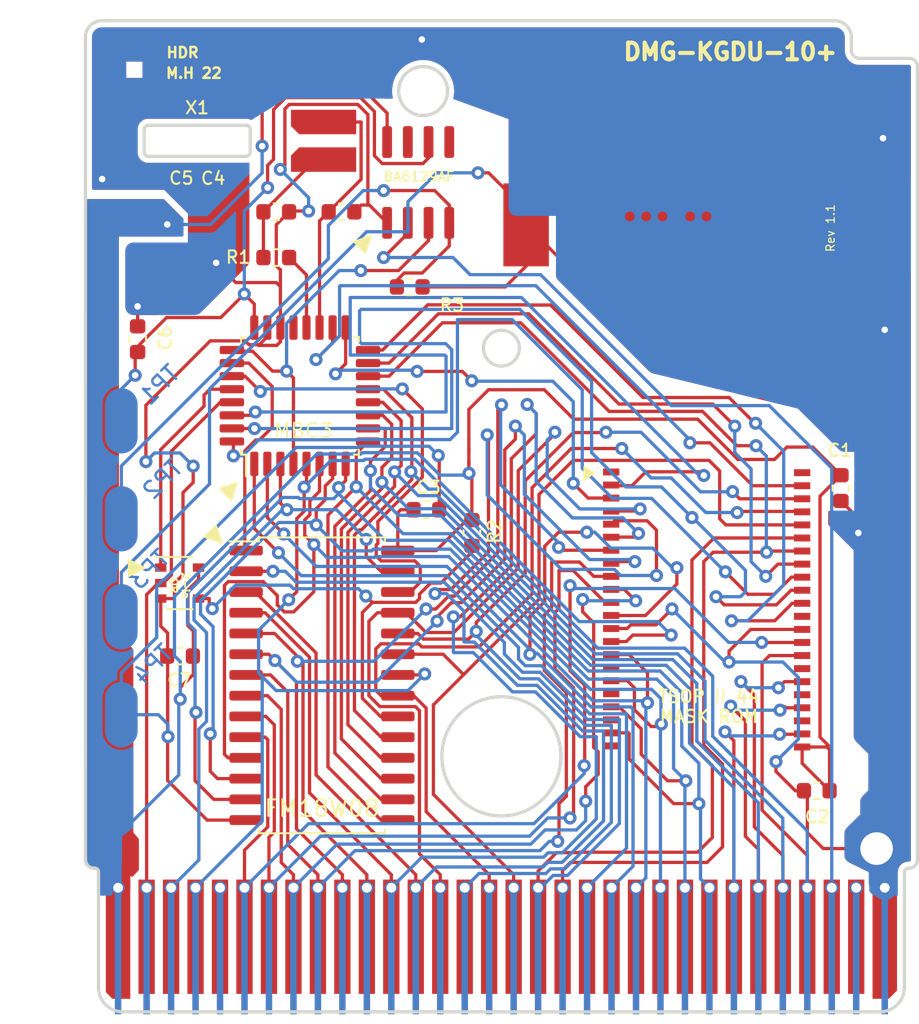
<source format=kicad_pcb>
(kicad_pcb (version 20211014) (generator pcbnew)
  (layers (0 "F.Cu" signal) (31 "B.Cu" signal) (34 "B.Paste" user) (35 "F.Paste" user) (36 "B.SilkS" user "B.Silkscreen") (37 "F.SilkS" user "F.Silkscreen") (38 "B.Mask" user) (39 "F.Mask" user) (44 "Edge.Cuts" user))
  (net 0 "")
  (net 1 "GND")
  (net 2 "Net-(C5-Pad2)")
  (net 3 "VCC")
  (net 4 "XIN")
  (net 5 "PWR")
  (net 6 "AA14")
  (net 7 "A12")
  (net 8 "A7")
  (net 9 "A6")
  (net 10 "A5")
  (net 11 "A4")
  (net 12 "A3")
  (net 13 "A2")
  (net 14 "A1")
  (net 15 "A0")
  (net 16 "D0")
  (net 17 "D1")
  (net 18 "D2")
  (net 19 "D3")
  (net 20 "D4")
  (net 21 "D5")
  (net 22 "D6")
  (net 23 "D7")
  (net 24 "#CE")
  (net 25 "A10")
  (net 26 "\\RD")
  (net 27 "A11")
  (net 28 "A9")
  (net 29 "A8")
  (net 30 "AA13")
  (net 31 "\\WR")
  (net 32 "XOUT")
  (net 33 "CLK")
  (net 34 "CS")
  (net 35 "A13")
  (net 36 "A14")
  (net 37 "A15")
  (net 38 "RESET")
  (net 39 "\\RST")
  (net 40 "RA14")
  (net 41 "RA17")
  (net 42 "RA18")
  (net 43 "RA20")
  (net 44 "\\RAMCS")
  (net 45 "RA19")
  (net 46 "RA16")
  (net 47 "RA15")
  (net 48 "Net-(SW1-Pad2)")
  (net 49 "WE_AUD")
  (net 50 "BT+")
  (net 51 "Vbatt")
  (net 52 "Net-(U2-Pad21)")
  (net 53 "Net-(U4-Pad5)")
  (net 54 "Net-(U4-Pad7)")
  (footprint "Custom:Resonator_SMD_muRata_CDSCB-2pin_4.5x2.0mm_HandSoldering" (layer "F.Cu") (at 131.718 76.652 90)
    (fp_text reference "Y1" hide)
    (fp_text value "Crystal")
  )
  (footprint "Package_SO:TSOP-6_1.65x3.05mm_P0.95mm" (layer "F.Cu") (at 122.895 103.739)
    (fp_text reference "U5" hide)
    (fp_text value "74LVC1G32")
  )
  (footprint "Capacitor_SMD:C_0603_1608Metric" (layer "F.Cu") (at 163.431 97.9221 90)
    (fp_text reference "C1" hide)
    (fp_text value "0.1 uF")
  )
  (footprint "Capacitor_SMD:C_0603_1608Metric" (layer "F.Cu") (at 161.95 116.46 180)
    (fp_text reference "C2" hide)
    (fp_text value "0.1 uF")
  )
  (footprint "Capacitor_SMD:C_0603_1608Metric" (layer "F.Cu") (at 138.019 99.2474 180)
    (fp_text reference "C3" hide)
    (fp_text value "0.1 uF")
  )
  (footprint "Capacitor_SMD:C_0603_1608Metric" (layer "F.Cu") (at 132.818 81.002)
    (fp_text reference "C4" hide)
    (fp_text value "15 pF")
  )
  (footprint "Capacitor_SMD:C_0603_1608Metric" (layer "F.Cu") (at 128.818 81.002 180)
    (fp_text reference "C5" hide)
    (fp_text value "15 pF")
  )
  (footprint "Capacitor_SMD:C_0603_1608Metric" (layer "F.Cu") (at 120.319 88.802 90)
    (fp_text reference "C6" hide)
    (fp_text value "0.1 uF")
  )
  (footprint "Capacitor_SMD:C_0603_1608Metric" (layer "F.Cu") (at 122.92 108.21)
    (fp_text reference "C7" hide)
    (fp_text value "0.1 uF")
  )
  (footprint "Resistor_SMD:R_0603_1608Metric" (layer "F.Cu") (at 128.818 83.802 180)
    (fp_text reference "R1" hide)
    (fp_text value "330Kohm")
  )
  (footprint "Resistor_SMD:R_0603_1608Metric" (layer "F.Cu") (at 140.81 100.67 90)
    (fp_text reference "R2" hide)
    (fp_text value "10 Kohm")
  )
  (footprint "Resistor_SMD:R_0603_1608Metric" (layer "F.Cu") (at 137 85.6 180)
    (fp_text reference "R3" hide)
    (fp_text value "1 Kohm")
  )
  (footprint "Package_SO:SOIC-28W_7.5x17.9mm_P1.27mm" (layer "F.Cu") (at 131.619 110.002)
    (fp_text reference "U3" hide)
    (fp_text value "FM18W08")
  )
  (footprint "Package_SO:SOIC-8_3.9x4.9mm_P1.27mm" (layer "F.Cu") (at 137.518 79.202 90)
    (fp_text reference "U4" hide)
    (fp_text value "BA6129AF")
  )
  (footprint "Custom:BK-6219-TR" (layer "F.Cu") (at 155.12 81.802)
    (fp_text reference "B1" hide)
    (fp_text value "Battery_Cell")
  )
  (footprint "Connector_GameBoy:GameBoy_GamePak_CGB-002_P1.50mm_Edge" (layer "F.Cu") (at 142.62 130.002)
    (fp_text reference "U0" hide)
    (fp_text value "CartBus" hide)
  )
  (footprint "NintendoFootprints:MBC3" (layer "F.Cu") (at 130.619 92.0016 90)
    (fp_text reference "U2" hide)
    (fp_text value "MBC3")
  )
  (footprint "Custom:Nintendo_3x3_GNDPad" (layer "F.Cu") (at 120.119 72.302)
    (fp_text reference "GNDPAD1" hide)
    (fp_text value "Nintendo_3x3_GNDPad")
  )
  (footprint "GBC:22_SMD_PADs" (layer "F.Cu") (at 161.555 96.97822 -90)
    (fp_text reference "R0" hide)
    (fp_text value "CASTELLATIONS TSOP-II 22P" hide)
  )
  (footprint "GBC:22_SMD_PADs" (layer "F.Cu") (at 149.34 113.732141 90)
    (fp_text reference "L0" hide)
    (fp_text value "CASTELLATIONS TSOP-II 22P" hide)
  )
  (footprint "Custom:GBA-ProductionIndicator" (layer "B.Cu") (at 153.342 82.3341 90)
    (fp_text reference "PAD*" hide)
    (fp_text value "GBA-ProductionIndicator")
  )
  (footprint "Custom:GameBoy_Testpoint" (layer "B.Cu") (at 119.319 93.802 -90)
    (fp_text reference "TP1" hide)
    (fp_text value "RTC_VOUT")
  )
  (footprint "Custom:GameBoy_Testpoint" (layer "B.Cu") (at 119.319 99.802 -90)
    (fp_text reference "TP2" hide)
    (fp_text value "Battery_Positive_After_Resistor")
  )
  (footprint "Custom:GameBoy_Testpoint" (layer "B.Cu") (at 119.319 105.802 -90)
    (fp_text reference "TP3" hide)
    (fp_text value "Battery_Positive")
  )
  (footprint "Custom:GameBoy_Testpoint" (layer "B.Cu") (at 119.319 111.802 -90)
    (fp_text reference "TP4" hide)
    (fp_text value "Ground")
  )
  (gr_poly (pts (xy 126.416276 97.596409) (xy 126.062722 98.65707) (xy 125.355616 97.949963)) (layer "F.SilkS") (width 0.1) (fill solid))
  (gr_poly (pts (xy 134.635597 82.467672) (xy 134.282044 83.528332) (xy 133.574937 82.821225)) (layer "F.SilkS") (width 0.1) (fill solid))
  (gr_poly (pts (xy 125.477801 101.26918) (xy 124.417141 100.915627) (xy 125.124248 100.20852)) (layer "F.SilkS") (width 0.1) (fill solid))
  (gr_poly (pts (xy 147.694855 97.426561) (xy 147.694855 96.601561) (xy 148.294855 97.001561)) (layer "F.SilkS") (width 0.1) (fill solid))
  (gr_poly (pts (xy 120.77192 102.81666) (xy 119.77192 103.31666) (xy 119.77192 102.31666)) (layer "F.SilkS") (width 0.1) (fill solid))
  (gr_line (start 167.62 71.602) (end 164.57 71.602) (layer "Edge.Cuts") (width 0.2))
  (gr_line (start 163.07 69.302) (end 118.119 69.302) (layer "Edge.Cuts") (width 0.2))
  (gr_line (start 119.420439 130.001559) (end 165.820441 130.002435) (layer "Edge.Cuts") (width 0.2))
  (gr_line (start 164.07 70.302) (end 164.07 71.102) (layer "Edge.Cuts") (width 0.2))
  (gr_line (start 117.119 70.302) (end 117.12 120.702) (layer "Edge.Cuts") (width 0.2))
  (gr_circle (center 142.62 89.352) (end 143.72 89.352) (layer "Edge.Cuts") (width 0.2) (fill none))
  (gr_circle (center 142.62 114.352) (end 146.27 114.352) (layer "Edge.Cuts") (width 0.2) (fill none))
  (gr_line (start 168.12 120.702) (end 168.12 72.102) (layer "Edge.Cuts") (width 0.2))
  (gr_line (start 120.969 75.702) (end 126.969 75.702) (layer "Edge.Cuts") (width 0.2))
  (gr_arc (start 167.32 121.452) (mid 167.393223 121.275223) (end 167.57 121.202) (layer "Edge.Cuts") (width 0.2))
  (gr_arc (start 120.719 75.952) (mid 120.792223 75.775223) (end 120.969 75.702) (layer "Edge.Cuts") (width 0.2))
  (gr_arc (start 126.969 75.702) (mid 127.145777 75.775223) (end 127.219 75.952) (layer "Edge.Cuts") (width 0.2))
  (gr_arc (start 127.219 77.352) (mid 127.145777 77.528777) (end 126.969 77.602) (layer "Edge.Cuts") (width 0.2))
  (gr_arc (start 167.320002 128.501998) (mid 166.880972 129.562786) (end 165.820441 130.002435) (layer "Edge.Cuts") (width 0.2))
  (gr_line (start 167.320002 128.501998) (end 167.32 121.452) (layer "Edge.Cuts") (width 0.2))
  (gr_line (start 167.62 121.202) (end 167.57 121.202) (layer "Edge.Cuts") (width 0.2))
  (gr_line (start 117.920002 128.501998) (end 117.92 121.452) (layer "Edge.Cuts") (width 0.2))
  (gr_arc (start 117.67 121.202) (mid 117.846777 121.275223) (end 117.92 121.452) (layer "Edge.Cuts") (width 0.2))
  (gr_line (start 117.67 121.202) (end 117.62 121.202) (layer "Edge.Cuts") (width 0.2))
  (gr_arc (start 117.62 121.202) (mid 117.266447 121.055553) (end 117.12 120.702) (layer "Edge.Cuts") (width 0.2))
  (gr_arc (start 163.07 69.302) (mid 163.777107 69.594893) (end 164.07 70.302) (layer "Edge.Cuts") (width 0.2))
  (gr_arc (start 167.62 71.602) (mid 167.973553 71.748447) (end 168.12 72.102) (layer "Edge.Cuts") (width 0.2))
  (gr_line (start 120.719 75.952) (end 120.719 77.352) (layer "Edge.Cuts") (width 0.2))
  (gr_arc (start 120.969 77.602) (mid 120.792223 77.528777) (end 120.719 77.352) (layer "Edge.Cuts") (width 0.2))
  (gr_circle (center 137.819 73.602) (end 139.319 73.602) (layer "Edge.Cuts") (width 0.2) (fill none))
  (gr_line (start 126.969 77.602) (end 120.969 77.602) (layer "Edge.Cuts") (width 0.2))
  (gr_arc (start 168.12 120.702) (mid 167.973553 121.055553) (end 167.62 121.202) (layer "Edge.Cuts") (width 0.2))
  (gr_arc (start 117.119 70.302) (mid 117.411893 69.594893) (end 118.119 69.302) (layer "Edge.Cuts") (width 0.2))
  (gr_line (start 127.219 75.952) (end 127.219 77.352) (layer "Edge.Cuts") (width 0.2))
  (gr_arc (start 119.420439 130.001559) (mid 118.359651 129.562529) (end 117.920002 128.501998) (layer "Edge.Cuts") (width 0.2))
  (gr_arc (start 164.57 71.602) (mid 164.216447 71.455553) (end 164.07 71.102) (layer "Edge.Cuts") (width 0.2))
  (gr_text "TP3" (at 121.03862 102.9081 45) (layer "B.Cu") (effects (font (size 1 1)) (justify mirror)))
  (gr_text "TP2" (at 121.8565 97.37598 45) (layer "B.Cu") (effects (font (size 1 1)) (justify mirror)))
  (gr_text "TP1" (at 121.65584 91.59748 45) (layer "B.Cu") (effects (font (size 1 1)) (justify mirror)))
  (gr_text "TP4" (at 121.25452 108.71454 45) (layer "B.Cu") (effects (font (size 1 1)) (justify mirror)))
  (gr_text "C6" (at 122.01 88.74 90) (layer "F.SilkS") (effects (font (size 0.762 0.762) (thickness 0.127))))
  (gr_text "C5" (at 123 78.94) (layer "F.SilkS") (effects (font (size 0.762 0.762) (thickness 0.127))))
  (gr_text "C4" (at 124.95 78.94828) (layer "F.SilkS") (effects (font (size 0.762 0.762) (thickness 0.127))))
  (gr_text "R1" (at 126.48 83.78) (layer "F.SilkS") (effects (font (size 0.762 0.762) (thickness 0.127))))
  (gr_text "C2" (at 161.97 118.05) (layer "F.SilkS") (effects (font (size 0.762 0.762) (thickness 0.127))))
  (gr_text "R3" (at 139.59 86.71) (layer "F.SilkS") (effects (font (size 0.762 0.762) (thickness 0.125))))
  (gr_text "C3" (at 138.15 97.88) (layer "F.SilkS") (effects (font (size 0.762 0.762) (thickness 0.127))))
  (gr_text "R2" (at 142.19 100.58 -270) (layer "F.SilkS") (effects (font (size 0.762 0.762) (thickness 0.127))))
  (gr_text "Rev 1.1" (at 162.79 82 90) (layer "F.SilkS") (effects (font (size 0.508 0.508) (thickness 0.0762))))
  (gr_text "M.H 22" (at 123.77 72.51) (layer "F.SilkS") (effects (font (size 0.635 0.635))))
  (gr_text "DMG-KGDU-10+" (at 156.65 71.2) (layer "F.SilkS") (effects (font (size 1.016 1.016) (thickness 0.254))))
  (gr_text "FM18W08" (at 131.62 117.54) (layer "F.SilkS") (effects (font (size 1.016 1.016) (thickness 0.127))))
  (gr_text "BA6129AF" (at 137.56 78.84) (layer "F.SilkS") (effects (font (size 0.5842 0.5842) (thickness 0.1016))))
  (gr_text "HDR" (at 123.075 71.25) (layer "F.SilkS") (effects (font (size 0.635 0.635))))
  (gr_text "C7" (at 122.88 109.68) (layer "F.SilkS") (effects (font (size 0.762 0.762) (thickness 0.127))))
  (gr_text "X1" (at 123.9647 74.6252) (layer "F.SilkS") (effects (font (size 0.762 0.762) (thickness 0.127))))
  (gr_text "MBC3\n" (at 130.49 94.4) (layer "F.SilkS") (effects (font (size 0.889 0.889) (thickness 0.1016))))
  (gr_text "2-in\nOR" (at 122.89 103.9 -90) (layer "F.SilkS") (effects (font (size 0.4572 0.4572) (thickness 0.1016))))
  (gr_text "TSOP II 44\nMASK ROM\n" (at 155.34 111.3) (layer "F.SilkS") (effects (font (size 0.762 0.762) (thickness 0.127))))
  (segment (start 125.13056 84.12734) (end 125.07214 84.06892) (width 0.2) (layer "F.Cu") (net 1))
  (segment (start 150.325953 106.524047) (end 149.35 106.524047) (width 0.2) (layer "F.Cu") (net 1))
  (segment (start 127.69407 89.14077) (end 127.14597 89.14077) (width 0.2) (layer "F.Cu") (net 1))
  (segment (start 161.1625 116.46) (end 161.375 116.6725) (width 0.2) (layer "F.Cu") (net 1))
  (segment (start 134.4344 78.464) (end 134.4344 80.5875) (width 0.2) (layer "F.Cu") (net 1))
  (segment (start 122.575 103.75) (end 122.575 104.675) (width 0.2) (layer "F.Cu") (net 1))
  (segment (start 150.55 106.3) (end 150.325953 106.524047) (width 0.2) (layer "F.Cu") (net 1))
  (segment (start 133.6055 81.002) (end 134.02 80.5875) (width 0.2) (layer "F.Cu") (net 1))
  (segment (start 128.84956 89.1815) (end 129.07102 88.96004) (width 0.2) (layer "F.Cu") (net 1))
  (segment (start 120.825 92.84996) (end 120.825 96.3) (width 0.2) (layer "F.Cu") (net 1))
  (segment (start 159.45 114.675) (end 159.45 115.275) (width 0.2) (layer "F.Cu") (net 1))
  (segment (start 128.824719 85.335539) (end 126.338759 85.335539) (width 0.2) (layer "F.Cu") (net 1))
  (segment (start 134.4344 80.5875) (end 134.5235 80.5875) (width 0.2) (layer "F.Cu") (net 1))
  (segment (start 120.319 86.47002) (end 120.319 86.47002) (width 0.2) (layer "F.Cu") (net 1))
  (segment (start 127.7348 89.1815) (end 128.84956 89.1815) (width 0.2) (layer "F.Cu") (net 1))
  (segment (start 124.76906 88.9059) (end 120.825 92.84996) (width 0.2) (layer "F.Cu") (net 1))
  (segment (start 124.57906 118.257) (end 122.1586 115.83654) (width 0.2) (layer "F.Cu") (net 1))
  (segment (start 129.65516 80.95234) (end 129.6055 81.002) (width 0.2) (layer "F.Cu") (net 1))
  (segment (start 162.352 120.002) (end 165.62 120.002) (width 0.2) (layer "F.Cu") (net 1))
  (segment (start 129.34688 74.69472) (end 129.34688 78.1254) (width 0.2) (layer "F.Cu") (net 1))
  (segment (start 166.65 102.81726) (end 166.65 116.425) (width 0.2) (layer "F.Cu") (net 1))
  (segment (start 153.7459 83.6761) (end 153.7459 84.9049) (width 0.2) (layer "F.Cu") (net 1))
  (segment (start 156.575 108.575) (end 156.575 107.905761) (width 0.2) (layer "F.Cu") (net 1))
  (segment (start 155.12 82.302) (end 153.7459 83.6761) (width 0.2) (layer "F.Cu") (net 1))
  (segment (start 156.575 107.905761) (end 157.901876 106.578885) (width 0.2) (layer "F.Cu") (net 1))
  (segment (start 165.62 120.002) (end 165.62 117.455) (width 0.2) (layer "F.Cu") (net 1))
  (segment (start 164.50056 100.66782) (end 166.65 102.81726) (width 0.2) (layer "F.Cu") (net 1))
  (segment (start 129.07102 84.55782) (end 128.818 84.3048) (width 0.2) (layer "F.Cu") (net 1))
  (segment (start 128.818 81.7895) (end 128.818 84.3048) (width 0.2) (layer "F.Cu") (net 1))
  (segment (start 123.725 97.575) (end 123.1 98.2) (width 0.2) (layer "F.Cu") (net 1))
  (segment (start 159.45 115.275) (end 160.635 116.46) (width 0.2) (layer "F.Cu") (net 1))
  (segment (start 129.07102 85.58184) (end 129.07102 84.55782) (width 0.2) (layer "F.Cu") (net 1))
  (segment (start 123.1 103.225) (end 122.575 103.75) (width 0.2) (layer "F.Cu") (net 1))
  (segment (start 130.79984 80.95234) (end 129.65516 80.95234) (width 0.2) (layer "F.Cu") (net 1))
  (segment (start 164.50056 99.77916) (end 164.50056 100.66782) (width 0.2) (layer "F.Cu") (net 1))
  (segment (start 120.319 88.0145) (end 120.319 86.47002) (width 0.2) (layer "F.Cu") (net 1))
  (segment (start 166.12 120.502) (end 165.62 120.002) (width 1.5) (layer "F.Cu") (net 1))
  (segment (start 134.02 80.5875) (end 134.4344 80.5875) (width 0.2) (layer "F.Cu") (net 1))
  (segment (start 160.635 116.46) (end 161.1625 116.46) (width 0.2) (layer "F.Cu") (net 1))
  (segment (start 129.07102 85.58184) (end 128.824719 85.335539) (width 0.2) (layer "F.Cu") (net 1))
  (segment (start 129.618 74.4236) (end 133.8143 74.4236) (width 0.2) (layer "F.Cu") (net 1))
  (segment (start 138.8065 96.32742) (end 138.8065 99.2474) (width 0.2) (layer "F.Cu") (net 1))
  (segment (start 123.725 96.575) (end 123.725 97.575) (width 0.2) (layer "F.Cu") (net 1))
  (segment (start 122.1586 115.83654) (end 122.1586 109.6639) (width 0.2) (layer "F.Cu") (net 1))
  (segment (start 153.5038 85.147) (end 153.7459 84.9049) (width 0.2) (layer "F.Cu") (net 1))
  (segment (start 123.1 98.2) (end 123.1 103.225) (width 0.2) (layer "F.Cu") (net 1))
  (segment (start 161.375 116.6725) (end 161.375 119.025) (width 0.2) (layer "F.Cu") (net 1))
  (segment (start 122.575 104.675) (end 122.561 104.689) (width 0.2) (layer "F.Cu") (net 1))
  (segment (start 127.14597 89.14077) (end 126.9111 88.9059) (width 0.2) (layer "F.Cu") (net 1))
  (segment (start 134.4344 75.0437) (end 134.4344 78.464) (width 0.2) (layer "F.Cu") (net 1))
  (segment (start 134.5235 80.5875) (end 135.613 81.677) (width 0.2) (layer "F.Cu") (net 1))
  (segment (start 126.338759 85.335539) (end 125.13056 84.12734) (width 0.2) (layer "F.Cu") (net 1))
  (segment (start 127.7348 89.1815) (end 128.271 88.6453) (width 0.2) (layer "F.Cu") (net 1))
  (segment (start 122.1586 109.6639) (end 122.1585 109.6639) (width 0.2) (layer "F.Cu") (net 1))
  (segment (start 129.34688 78.1254) (end 129.06756 78.40472) (width 0.2) (layer "F.Cu") (net 1))
  (segment (start 161.375 119.025) (end 162.352 120.002) (width 0.2) (layer "F.Cu") (net 1))
  (segment (start 126.5425 118.257) (end 126.969 118.257) (width 0.2) (layer "F.Cu") (net 1))
  (segment (start 157.901876 106.578885) (end 161.055 106.578885) (width 0.2) (layer "F.Cu") (net 1))
  (segment (start 122.1585 113.1285) (end 122.1585 109.6639) (width 0.2) (layer "F.Cu") (net 1))
  (segment (start 129.34688 74.69472) (end 129.618 74.4236) (width 0.2) (layer "F.Cu") (net 1))
  (segment (start 153.075 105.325) (end 152.1 106.3) (width 0.2) (layer "F.Cu") (net 1))
  (segment (start 122.561 104.689) (end 121.735 104.689) (width 0.2) (layer "F.Cu") (net 1))
  (segment (start 128.271 88.6453) (end 128.271 88.0908) (width 0.2) (layer "F.Cu") (net 1))
  (segment (start 138.8065 99.2474) (end 139.016 99.0379) (width 0.2) (layer "F.Cu") (net 1))
  (segment (start 129.07102 88.96004) (end 129.07102 88.09076) (width 0.2) (layer "F.Cu") (net 1))
  (segment (start 126.9111 88.9059) (end 124.76906 88.9059) (width 0.2) (layer "F.Cu") (net 1))
  (segment (start 121.735 106.3755) (end 121.735 104.689) (width 0.2) (layer "F.Cu") (net 1))
  (segment (start 163.431 98.7096) (end 164.50056 99.77916) (width 0.2) (layer "F.Cu") (net 1))
  (segment (start 152.1 106.3) (end 150.55 106.3) (width 0.2) (layer "F.Cu") (net 1))
  (segment (start 129.07102 88.09076) (end 129.07102 85.58184) (width 0.2) (layer "F.Cu") (net 1))
  (segment (start 133.8143 74.4236) (end 134.4344 75.0437) (width 0.2) (layer "F.Cu") (net 1))
  (segment (start 122.1585 109.6639) (end 122.1585 106.799) (width 0.2) (layer "F.Cu") (net 1))
  (segment (start 126.969 118.257) (end 124.57906 118.257) (width 0.2) (layer "F.Cu") (net 1))
  (segment (start 166.12 122.402) (end 166.12 120.502) (width 1.5) (layer "F.Cu") (net 1))
  (segment (start 127.7348 89.1815) (end 127.69407 89.14077) (width 0.2) (layer "F.Cu") (net 1))
  (segment (start 122.1585 106.799) (end 121.735 106.3755) (width 0.2) (layer "F.Cu") (net 1))
  (segment (start 161.1625 116.46) (end 161.3875 116.685) (width 0.2) (layer "F.Cu") (net 1))
  (segment (start 129.6055 81.002) (end 128.818 81.7895) (width 0.2) (layer "F.Cu") (net 1))
  (segment (start 165.62 117.455) (end 166.65 116.425) (width 0.2) (layer "F.Cu") (net 1))
  (segment (start 122.18 113.15) (end 122.1585 113.1285) (width 0.2) (layer "F.Cu") (net 1))
  (via (at 165.62 120.002) (size 2.05) (drill 2) (layers "F.Cu" "B.Cu") (net 1))
  (via (at 138.75 95.925) (size 0.8) (drill 0.4) (layers "F.Cu" "B.Cu") (net 1))
  (via (at 153.075 105.325) (size 0.8) (drill 0.4) (layers "F.Cu" "B.Cu") (net 1))
  (via (at 129.06756 78.40472) (size 0.8) (drill 0.4) (layers "F.Cu" "B.Cu") (net 1))
  (via (at 159.45 114.675) (size 0.8) (drill 0.4) (layers "F.Cu" "B.Cu") (net 1))
  (via (at 130.79984 80.95234) (size 0.8) (drill 0.4) (layers "F.Cu" "B.Cu") (net 1))
  (via (at 156.575 108.575) (size 0.8) (drill 0.4) (layers "F.Cu" "B.Cu") (net 1))
  (via (at 122.18 113.15) (size 0.8) (drill 0.4) (layers "F.Cu" "B.Cu") (net 1))
  (via (at 120.825 96.3) (size 0.8) (drill 0.4) (layers "F.Cu" "B.Cu") (net 1))
  (via (at 166.116 88.2269) (size 0.8) (drill 0.4) (layers "F.Cu" "B.Cu") (net 1))
  (via (at 166.0144 76.4921) (size 0.8) (drill 0.4) (layers "F.Cu" "B.Cu") (net 1))
  (via (at 164.50056 100.66782) (size 0.8) (drill 0.4) (layers "F.Cu" "B.Cu") (net 1))
  (via (at 118.14302 78.99654) (size 0.8) (drill 0.4) (layers "F.Cu" "B.Cu") (net 1))
  (via (at 123.725 96.575) (size 0.8) (drill 0.4) (layers "F.Cu" "B.Cu") (net 1))
  (via (at 137.74166 70.4469) (size 0.8) (drill 0.4) (layers "F.Cu" "B.Cu") (net 1))
  (via (at 125.13056 84.12734) (size 0.8) (drill 0.4) (layers "F.Cu" "B.Cu") (net 1))
  (via (at 120.31726 86.79434) (size 0.8) (drill 0.4) (layers "F.Cu" "B.Cu") (net 1))
  (segment (start 159.45 114.675) (end 160.825 113.3) (width 0.2) (layer "B.Cu") (net 1))
  (segment (start 122.18 113.15) (end 122.18 112.39356) (width 0.2) (layer "B.Cu") (net 1))
  (segment (start 135.265456 95.359439) (end 135.257701 95.351684) (width 0.2) (layer "B.Cu") (net 1))
  (segment (start 129.06756 78.40472) (end 130.79984 80.137) (width 0.2) (layer "B.Cu") (net 1))
  (segment (start 133.922941 95.351684) (end 133.840225 95.4344) (width 0.2) (layer "B.Cu") (net 1))
  (segment (start 135.257701 95.351684) (end 133.922941 95.351684) (width 0.2) (layer "B.Cu") (net 1))
  (segment (start 119.319 109.23567) (end 119.319 111.802) (width 0.2) (layer "B.Cu") (net 1))
  (segment (start 130.79984 80.137) (end 130.79984 80.95234) (width 0.2) (layer "B.Cu") (net 1))
  (segment (start 121.9219 103.55) (end 121.875 103.55) (width 0.2) (layer "B.Cu") (net 1))
  (segment (start 122.18 112.39356) (end 121.58844 111.802) (width 0.2) (layer "B.Cu") (net 1))
  (segment (start 122.921453 95.771453) (end 121.353547 95.771453) (width 0.2) (layer "B.Cu") (net 1))
  (segment (start 123.725 96.575) (end 122.921453 95.771453) (width 0.2) (layer "B.Cu") (net 1))
  (segment (start 121.353547 95.771453) (end 120.825 96.3) (width 0.2) (layer "B.Cu") (net 1))
  (segment (start 121.875 103.55) (end 121.4858 103.9392) (width 0.2) (layer "B.Cu") (net 1))
  (segment (start 156.325 108.575) (end 156.575 108.575) (width 0.2) (layer "B.Cu") (net 1))
  (segment (start 153.075 105.325) (end 156.325 108.575) (width 0.2) (layer "B.Cu") (net 1))
  (segment (start 160.825 113.3) (end 160.825 109.525) (width 0.2) (layer "B.Cu") (net 1))
  (segment (start 138.184439 95.359439) (end 135.265456 95.359439) (width 0.2) (layer "B.Cu") (net 1))
  (segment (start 121.4858 103.9392) (end 121.4858 107.06887) (width 0.2) (layer "B.Cu") (net 1))
  (segment (start 130.0375 95.4344) (end 121.9219 103.55) (width 0.2) (layer "B.Cu") (net 1))
  (segment (start 166.12 122.402) (end 166.12 120.502) (width 1.5) (layer "B.Cu") (net 1))
  (segment (start 138.75 95.925) (end 138.184439 95.359439) (width 0.2) (layer "B.Cu") (net 1))
  (segment (start 166.12 120.502) (end 165.62 120.002) (width 0.2) (layer "B.Cu") (net 1))
  (segment (start 159.875 108.575) (end 156.575 108.575) (width 0.2) (layer "B.Cu") (net 1))
  (segment (start 121.58844 111.802) (end 119.319 111.802) (width 0.2) (layer "B.Cu") (net 1))
  (segment (start 133.840225 95.4344) (end 130.0375 95.4344) (width 0.2) (layer "B.Cu") (net 1))
  (segment (start 160.825 109.525) (end 159.875 108.575) (width 0.2) (layer "B.Cu") (net 1))
  (segment (start 121.4858 107.06887) (end 119.319 109.23567) (width 0.2) (layer "B.Cu") (net 1))
  (segment (start 131.2305 77.802) (end 131.718 77.802) (width 0.2) (layer "F.Cu") (net 2))
  (segment (start 128.0305 83.802) (end 128.0305 81.002) (width 0.2) (layer "F.Cu") (net 2))
  (segment (start 128.0305 81.002) (end 131.2305 77.802) (width 0.2) (layer "F.Cu") (net 2))
  (segment (start 122.93 110.85) (end 122.93 110.14) (width 0.2) (layer "F.Cu") (net 3))
  (segment (start 140.625 94.975) (end 140.625 93.1) (width 0.2) (layer "F.Cu") (net 3))
  (segment (start 123.4047 106.3511) (end 123.4047 104.1703) (width 0.2) (layer "F.Cu") (net 3))
  (segment (start 161.055 114.7775) (end 161.055 113.779745) (width 0.2) (layer "F.Cu") (net 3))
  (segment (start 119.12 122.402) (end 119.12 121.14368) (width 1.5) (layer "F.Cu") (net 3))
  (segment (start 162.554855 113.779745) (end 161.055 113.779745) (width 0.2) (layer "F.Cu") (net 3))
  (segment (start 157.12 96.17) (end 159.36 96.17) (width 0.2) (layer "F.Cu") (net 3))
  (segment (start 135.613 74.959) (end 134.2152 73.5612) (width 0.2) (layer "F.Cu") (net 3))
  (segment (start 127.95099 74.87401) (end 127.95099 76.97866) (width 0.2) (layer "F.Cu") (net 3))
  (segment (start 147.05 93.7) (end 154.65 93.7) (width 0.2) (layer "F.Cu") (net 3))
  (segment (start 135.613 76.727) (end 135.613 74.959) (width 0.2) (layer "F.Cu") (net 3))
  (segment (start 140.625 95.70618) (end 140.625 95.5625) (width 0.2) (layer "F.Cu") (net 3))
  (segment (start 162.6548 113.6798) (end 162.554855 113.779745) (width 0.2) (layer "F.Cu") (net 3))
  (segment (start 162.6548 113.8548) (end 162.7375 113.9375) (width 0.2) (layer "F.Cu") (net 3))
  (segment (start 162.55 113.75) (end 162.6548 113.8548) (width 0.2) (layer "F.Cu") (net 3))
  (segment (start 140.625 93.1) (end 141.825 91.9) (width 0.2) (layer "F.Cu") (net 3))
  (segment (start 123.7335 106.6799) (end 123.4047 106.3511) (width 0.2) (layer "F.Cu") (net 3))
  (segment (start 162.15 113.175) (end 162.6548 113.6798) (width 0.2) (layer "F.Cu") (net 3))
  (segment (start 160.12 95.41) (end 161.7064 95.41) (width 0.2) (layer "F.Cu") (net 3))
  (segment (start 162.6548 113.6798) (end 162.6548 113.8548) (width 0.2) (layer "F.Cu") (net 3))
  (segment (start 141.825 91.9) (end 145.25 91.9) (width 0.2) (layer "F.Cu") (net 3))
  (segment (start 140.81 99.8825) (end 140.4875 99.8825) (width 0.2) (layer "F.Cu") (net 3))
  (segment (start 161.7064 95.41) (end 163.431 97.1346) (width 0.2) (layer "F.Cu") (net 3))
  (segment (start 140.81 97.2) (end 140.81 99.8825) (width 0.2) (layer "F.Cu") (net 3))
  (segment (start 136.4519 99.2474) (end 136.269 99.4303) (width 0.2) (layer "F.Cu") (net 3))
  (segment (start 145.25 91.9) (end 147.05 93.7) (width 0.2) (layer "F.Cu") (net 3))
  (segment (start 129.2638 73.5612) (end 127.95099 74.87401) (width 0.2) (layer "F.Cu") (net 3))
  (segment (start 162.15 98.4156) (end 162.15 113.175) (width 0.2) (layer "F.Cu") (net 3))
  (segment (start 140.4875 99.8825) (end 138.623 101.747) (width 0.2) (layer "F.Cu") (net 3))
  (segment (start 154.65 93.7) (end 157.12 96.17) (width 0.2) (layer "F.Cu") (net 3))
  (segment (start 123.4047 104.1703) (end 124.055 103.52) (width 0.2) (layer "F.Cu") (net 3))
  (segment (start 159.36 96.17) (end 160.12 95.41) (width 0.2) (layer "F.Cu") (net 3))
  (segment (start 124.055 103.52) (end 124.055 102.789) (width 0.2) (layer "F.Cu") (net 3))
  (segment (start 140.625 95.5625) (end 140.625 94.95668) (width 0.2) (layer "F.Cu") (net 3))
  (segment (start 140.625 96.5375) (end 140.625 95.5625) (width 0.2) (layer "F.Cu") (net 3))
  (segment (start 137.2315 99.2474) (end 136.4519 99.2474) (width 0.2) (layer "F.Cu") (net 3))
  (segment (start 138.623 101.747) (end 136.269 101.747) (width 0.2) (layer "F.Cu") (net 3))
  (segment (start 140.63 97.02) (end 140.625 97.015) (width 0.2) (layer "F.Cu") (net 3))
  (segment (start 134.2152 73.5612) (end 129.2638 73.5612) (width 0.2) (layer "F.Cu") (net 3))
  (segment (start 123.7335 109.3365) (end 123.7335 106.6799) (width 0.2) (layer "F.Cu") (net 3))
  (segment (start 136.269 99.4303) (end 136.269 101.747) (width 0.2) (layer "F.Cu") (net 3))
  (segment (start 162.7375 113.9375) (end 162.7375 116.46) (width 0.2) (layer "F.Cu") (net 3))
  (segment (start 140.625 97.015) (end 140.625 96.175) (width 0.2) (layer "F.Cu") (net 3))
  (segment (start 162.7375 116.46) (end 161.055 114.7775) (width 0.2) (layer "F.Cu") (net 3))
  (segment (start 163.431 97.1346) (end 162.15 98.4156) (width 0.2) (layer "F.Cu") (net 3))
  (segment (start 122.93 110.14) (end 123.7335 109.3365) (width 0.2) (layer "F.Cu") (net 3))
  (segment (start 140.63 97.02) (end 140.81 97.2) (width 0.2) (layer "F.Cu") (net 3))
  (via (at 122.93 110.85) (size 0.8) (drill 0.4) (layers "F.Cu" "B.Cu") (net 3))
  (via (at 127.95099 76.97866) (size 0.8) (drill 0.4) (layers "F.Cu" "B.Cu") (net 3))
  (via (at 140.63 97.02) (size 0.8) (drill 0.4) (layers "F.Cu" "B.Cu") (net 3))
  (via (at 122.1359 81.7753) (size 0.8) (drill 0.4) (layers "F.Cu" "B.Cu") (net 3))
  (segment (start 135.099767 95.75945) (end 137.47315 95.75945) (width 0.2) (layer "B.Cu") (net 3))
  (segment (start 122.841401 115.496959) (end 119.12 119.21836) (width 0.2) (layer "B.Cu") (net 3))
  (segment (start 138.8425 97.1288) (end 140.5212 97.1288) (width 0.2) (layer "B.Cu") (net 3))
  (segment (start 119.12 119.21836) (end 119.12 122.402) (width 0.2) (layer "B.Cu") (net 3))
  (segment (start 127.95099 78.618749) (end 127.95099 76.97866) (width 0.2) (layer "B.Cu") (net 3))
  (segment (start 134.08863 95.751695) (end 135.092012 95.751695) (width 0.2) (layer "B.Cu") (net 3))
  (segment (start 122.93 110.85) (end 122.93 108.549858) (width 0.2) (layer "B.Cu") (net 3))
  (segment (start 122.1359 81.7753) (end 124.794439 81.7753) (width 0.2) (layer "B.Cu") (net 3))
  (segment (start 122.576901 104.562799) (end 131.305 95.8347) (width 0.2) (layer "B.Cu") (net 3))
  (segment (start 124.794439 81.7753) (end 127.95099 78.618749) (width 0.2) (layer "B.Cu") (net 3))
  (segment (start 122.576901 108.196759) (end 122.576901 104.562799) (width 0.2) (layer "B.Cu") (net 3))
  (segment (start 122.841401 110.938599) (end 122.841401 115.496959) (width 0.2) (layer "B.Cu") (net 3))
  (segment (start 140.63 97.02) (end 140.512946 97.137054) (width 0.2) (layer "B.Cu") (net 3))
  (segment (start 140.5212 97.1288) (end 140.63 97.02) (width 0.2) (layer "B.Cu") (net 3))
  (segment (start 134.005625 95.8347) (end 134.08863 95.751695) (width 0.2) (layer "B.Cu") (net 3))
  (segment (start 140.512946 97.137054) (end 140.313446 97.137054) (width 0.2) (layer "B.Cu") (net 3))
  (segment (start 135.092012 95.751695) (end 135.099767 95.75945) (width 0.2) (layer "B.Cu") (net 3))
  (segment (start 131.305 95.8347) (end 134.005625 95.8347) (width 0.2) (layer "B.Cu") (net 3))
  (segment (start 122.93 110.85) (end 122.841401 110.938599) (width 0.2) (layer "B.Cu") (net 3))
  (segment (start 137.47315 95.75945) (end 138.8425 97.1288) (width 0.2) (layer "B.Cu") (net 3))
  (segment (start 122.93 108.549858) (end 122.576901 108.196759) (width 0.2) (layer "B.Cu") (net 3))
  (segment (start 134.0183 75.502) (end 134.0183 79.0142) (width 0.2) (layer "F.Cu") (net 4))
  (segment (start 131.718 75.502) (end 134.0183 75.502) (width 0.2) (layer "F.Cu") (net 4))
  (segment (start 131.471 81.5615) (end 131.471 88.0908) (width 0.2) (layer "F.Cu") (net 4))
  (segment (start 134.0183 79.0142) (end 132.0305 81.002) (width 0.2) (layer "F.Cu") (net 4))
  (segment (start 132.0305 81.002) (end 131.471 81.5615) (width 0.2) (layer "F.Cu") (net 4))
  (segment (start 120.319 89.24878) (end 122.09088 87.4769) (width 0.2) (layer "F.Cu") (net 5))
  (segment (start 120.1674 91.01328) (end 120.1674 89.7411) (width 0.2) (layer "F.Cu") (net 5))
  (segment (start 128.28778 79.51724) (end 128.28778 78.15326) (width 0.2) (layer "F.Cu") (net 5))
  (segment (start 128.651 77.79004) (end 128.651 74.7403) (width 0.2) (layer "F.Cu") (net 5))
  (segment (start 128.28778 78.15326) (end 128.651 77.79004) (width 0.2) (layer "F.Cu") (net 5))
  (segment (start 122.09088 87.4769) (end 125.41574 87.4769) (width 0.2) (layer "F.Cu") (net 5))
  (segment (start 133.9861 74.008) (end 134.8348 74.8567) (width 0.2) (layer "F.Cu") (net 5))
  (segment (start 125.41574 87.4769) (end 126.8571 86.03554) (width 0.2) (layer "F.Cu") (net 5))
  (segment (start 120.319 89.5895) (end 120.319 89.24878) (width 0.2) (layer "F.Cu") (net 5))
  (segment (start 128.651 74.7403) (end 129.3833 74.008) (width 0.2) (layer "F.Cu") (net 5))
  (segment (start 127.47102 88.09076) (end 127.47102 86.64946) (width 0.2) (layer "F.Cu") (net 5))
  (segment (start 129.3833 74.008) (end 133.9861 74.008) (width 0.2) (layer "F.Cu") (net 5))
  (segment (start 127.47102 86.64946) (end 126.8571 86.03554) (width 0.2) (layer "F.Cu") (net 5))
  (segment (start 137.8106 78.0444) (end 138.153 77.702) (width 0.2) (layer "F.Cu") (net 5))
  (segment (start 135.3165 78.0444) (end 137.8106 78.0444) (width 0.2) (layer "F.Cu") (net 5))
  (segment (start 138.153 77.702) (end 138.153 76.727) (width 0.2) (layer "F.Cu") (net 5))
  (segment (start 134.8348 77.5627) (end 135.3165 78.0444) (width 0.2) (layer "F.Cu") (net 5))
  (segment (start 134.8348 74.8567) (end 134.8348 77.5627) (width 0.2) (layer "F.Cu") (net 5))
  (segment (start 120.1674 89.7411) (end 120.319 89.5895) (width 0.2) (layer "F.Cu") (net 5))
  (via (at 120.1674 91.01328) (size 0.8) (drill 0.4) (layers "F.Cu" "B.Cu") (net 5))
  (via (at 128.28778 79.51724) (size 0.8) (drill 0.4) (layers "F.Cu" "B.Cu") (net 5))
  (via (at 126.8571 86.03554) (size 0.8) (drill 0.4) (layers "F.Cu" "B.Cu") (net 5))
  (segment (start 119.319 93.802) (end 119.319 91.86168) (width 0.2) (layer "B.Cu") (net 5))
  (segment (start 126.8571 80.94792) (end 126.8571 86.03554) (width 0.2) (layer "B.Cu") (net 5))
  (segment (start 119.319 91.86168) (end 120.1674 91.01328) (width 0.2) (layer "B.Cu") (net 5))
  (segment (start 128.28778 79.51724) (end 126.8571 80.94792) (width 0.2) (layer "B.Cu") (net 5))
  (segment (start 126.8898 95.647) (end 127.5611 94.9757) (width 0.2) (layer "F.Cu") (net 6))
  (segment (start 128.5683 94.1957) (end 128.5683 91.7001) (width 0.2) (layer "F.Cu") (net 6))
  (segment (start 127.134 90.2658) (end 126.096 90.2658) (width 0.2) (layer "F.Cu") (net 6))
  (segment (start 127.5611 94.9757) (end 127.7883 94.9757) (width 0.2) (layer "F.Cu") (net 6))
  (segment (start 126.969 101.747) (end 126.8898 101.6678) (width 0.2) (layer "F.Cu") (net 6))
  (segment (start 127.7883 94.9757) (end 128.5683 94.1957) (width 0.2) (layer "F.Cu") (net 6))
  (segment (start 126.8898 101.6678) (end 126.8898 95.647) (width 0.2) (layer "F.Cu") (net 6))
  (segment (start 128.5683 91.7001) (end 127.134 90.2658) (width 0.2) (layer "F.Cu") (net 6))
  (segment (start 144.87 122.402) (end 144.87 121.38) (width 0.2) (layer "F.Cu") (net 7))
  (segment (start 144.87 121.38) (end 146 120.25) (width 0.2) (layer "F.Cu") (net 7))
  (segment (start 161.054525 100.978695) (end 161.055 100.97822) (width 0.2) (layer "F.Cu") (net 7))
  (segment (start 146 120.25) (end 147.375 120.25) (width 0.2) (layer "F.Cu") (net 7))
  (segment (start 154.65 120.225) (end 155.55 119.325) (width 0.2) (layer "F.Cu") (net 7))
  (segment (start 155.55 119.325) (end 155.55 114.925) (width 0.2) (layer "F.Cu") (net 7))
  (segment (start 147.4 120.225) (end 154.65 120.225) (width 0.2) (layer "F.Cu") (net 7))
  (segment (start 154.3 113.675) (end 154.3 102.33) (width 0.2) (layer "F.Cu") (net 7))
  (segment (start 126.969 103.017) (end 128.6148 103.017) (width 0.2) (layer "F.Cu") (net 7))
  (segment (start 147.375 120.25) (end 147.4 120.225) (width 0.2) (layer "F.Cu") (net 7))
  (segment (start 154.3 102.33) (end 155.651305 100.978695) (width 0.2) (layer "F.Cu") (net 7))
  (segment (start 155.55 114.925) (end 154.3 113.675) (width 0.2) (layer "F.Cu") (net 7))
  (segment (start 155.651305 100.978695) (end 161.054525 100.978695) (width 0.2) (layer "F.Cu") (net 7))
  (via (at 128.6148 103.017) (size 0.8) (drill 0.4) (layers "F.Cu" "B.Cu") (net 7))
  (segment (start 145.0362 122.402) (end 145.7922 121.646) (width 0.2) (layer "B.Cu") (net 7))
  (segment (start 139.1111 103.686) (end 130.0386 103.686) (width 0.2) (layer "B.Cu") (net 7))
  (segment (start 149.8502 112.1) (end 147.890078 112.1) (width 0.2) (layer "B.Cu") (net 7))
  (segment (start 145.7922 121.646) (end 146.6737 121.646) (width 0.2) (layer "B.Cu") (net 7))
  (segment (start 144.87 122.402) (end 145.0362 122.402) (width 0.2) (layer "B.Cu") (net 7))
  (segment (start 130.0386 103.686) (end 129.3696 103.017) (width 0.2) (layer "B.Cu") (net 7))
  (segment (start 129.3696 103.017) (end 128.6148 103.017) (width 0.2) (layer "B.Cu") (net 7))
  (segment (start 144.993378 109.2033) (end 143.9141 109.2033) (width 0.2) (layer "B.Cu") (net 7))
  (segment (start 149.8502 118.4695) (end 149.8502 112.1) (width 0.2) (layer "B.Cu") (net 7))
  (segment (start 147.890078 112.1) (end 144.993378 109.2033) (width 0.2) (layer "B.Cu") (net 7))
  (segment (start 143.9141 109.2033) (end 142.7991 108.0883) (width 0.2) (layer "B.Cu") (net 7))
  (segment (start 142.7991 108.0883) (end 142.7991 107.374) (width 0.2) (layer "B.Cu") (net 7))
  (segment (start 142.7991 107.374) (end 139.1111 103.686) (width 0.2) (layer "B.Cu") (net 7))
  (segment (start 146.6737 121.646) (end 149.8502 118.4695) (width 0.2) (layer "B.Cu") (net 7))
  (segment (start 141.825 94.740234) (end 141.825 101.8342) (width 0.2) (layer "F.Cu") (net 8))
  (segment (start 126.969 104.287) (end 127.527102 104.287) (width 0.2) (layer "F.Cu") (net 8))
  (segment (start 152.125 103.275) (end 152.125 100.5) (width 0.2) (layer "F.Cu") (net 8))
  (segment (start 151.55 99.925) (end 149.556671 99.925) (width 0.2) (layer "F.Cu") (net 8))
  (segment (start 131.2564 115.4881) (end 137.37 121.6017) (width 0.2) (layer "F.Cu") (net 8))
  (segment (start 141.7505 94.665734) (end 141.825 94.740234) (width 0.2) (layer "F.Cu") (net 8))
  (segment (start 139.5207 104.1385) (end 138.7955 104.1385) (width 0.2) (layer "F.Cu") (net 8))
  (segment (start 137.37 121.6017) (end 137.37 122.402) (width 0.2) (layer "F.Cu") (net 8))
  (segment (start 127.527102 104.287) (end 131.2564 108.016298) (width 0.2) (layer "F.Cu") (net 8))
  (segment (start 152.125 100.5) (end 151.55 99.925) (width 0.2) (layer "F.Cu") (net 8))
  (segment (start 149.556671 99.925) (end 149.35 100.131671) (width 0.2) (layer "F.Cu") (net 8))
  (segment (start 141.825 101.8342) (end 139.5207 104.1385) (width 0.2) (layer "F.Cu") (net 8))
  (segment (start 138.7955 104.1385) (end 138.5475 104.3865) (width 0.2) (layer "F.Cu") (net 8))
  (segment (start 131.2564 108.016298) (end 131.2564 115.4881) (width 0.2) (layer "F.Cu") (net 8))
  (segment (start 126.969 104.287) (end 127.3618 104.287) (width 0.2) (layer "F.Cu") (net 8))
  (via (at 152.125 103.275) (size 0.8) (drill 0.4) (layers "F.Cu" "B.Cu") (net 8))
  (via (at 141.7505 94.665734) (size 0.8) (drill 0.4) (layers "F.Cu" "B.Cu") (net 8))
  (via (at 138.5475 104.3865) (size 0.8) (drill 0.4) (layers "F.Cu" "B.Cu") (net 8))
  (segment (start 137.37 122.402) (end 138.6431 121.1289) (width 0.2) (layer "B.Cu") (net 8))
  (segment (start 140.325 107.325) (end 140.325 105.466) (width 0.2) (layer "B.Cu") (net 8))
  (segment (start 138.6431 121.1289) (end 145.1771 121.1289) (width 0.2) (layer "B.Cu") (net 8))
  (segment (start 144.80403 110.0039) (end 143.6039 110.0039) (width 0.2) (layer "B.Cu") (net 8))
  (segment (start 139.2455 104.3865) (end 138.5475 104.3865) (width 0.2) (layer "B.Cu") (net 8))
  (segment (start 146.3421 120.8454) (end 148.8804 118.3071) (width 0.2) (layer "B.Cu") (net 8))
  (segment (start 148.8804 118.3071) (end 148.8804 112.8) (width 0.2) (layer "B.Cu") (net 8))
  (segment (start 140.325 105.466) (end 139.2455 104.3865) (width 0.2) (layer "B.Cu") (net 8))
  (segment (start 145.1771 121.1289) (end 145.4606 120.8454) (width 0.2) (layer "B.Cu") (net 8))
  (segment (start 149.925 103.275) (end 149.55 102.9) (width 0.2) (layer "B.Cu") (net 8))
  (segment (start 145.4606 120.8454) (end 146.3421 120.8454) (width 0.2) (layer "B.Cu") (net 8))
  (segment (start 141.7505 98.3505) (end 141.7505 94.665734) (width 0.2) (layer "B.Cu") (net 8))
  (segment (start 149.55 102.9) (end 146.3 102.9) (width 0.2) (layer "B.Cu") (net 8))
  (segment (start 143.6039 110.0039) (end 140.95 107.35) (width 0.2) (layer "B.Cu") (net 8))
  (segment (start 148.8804 112.8) (end 147.60013 112.8) (width 0.2) (layer "B.Cu") (net 8))
  (segment (start 147.60013 112.8) (end 144.80403 110.0039) (width 0.2) (layer "B.Cu") (net 8))
  (segment (start 146.3 102.9) (end 141.7505 98.3505) (width 0.2) (layer "B.Cu") (net 8))
  (segment (start 152.125 103.275) (end 149.925 103.275) (width 0.2) (layer "B.Cu") (net 8))
  (segment (start 140.35 107.35) (end 140.325 107.325) (width 0.2) (layer "B.Cu") (net 8))
  (segment (start 140.95 107.35) (end 140.35 107.35) (width 0.2) (layer "B.Cu") (net 8))
  (segment (start 150.8 100.925) (end 149.355718 100.925) (width 0.2) (layer "F.Cu") (net 9))
  (segment (start 135.87 121.6017) (end 130.856 116.5877) (width 0.2) (layer "F.Cu") (net 9))
  (segment (start 135.87 122.402) (end 135.87 121.6017) (width 0.2) (layer "F.Cu") (net 9))
  (segment (start 149.355718 100.925) (end 149.35 100.930718) (width 0.2) (layer "F.Cu") (net 9))
  (segment (start 140.0992 105.8061) (end 139.6747 105.8061) (width 0.2) (layer "F.Cu") (net 9))
  (segment (start 143.225 102.675) (end 140.0939 105.8061) (width 0.2) (layer "F.Cu") (net 9))
  (segment (start 151.025 100.7) (end 150.8 100.925) (width 0.2) (layer "F.Cu") (net 9))
  (segment (start 126.969 105.557) (end 127.6858 105.557) (width 0.2) (layer "F.Cu") (net 9))
  (segment (start 143.225 96.125) (end 143.225 102.675) (width 0.2) (layer "F.Cu") (net 9))
  (segment (start 130.856 108.68632) (end 130.85561 108.68593) (width 0.2) (layer "F.Cu") (net 9))
  (segment (start 130.85561 108.28263) (end 128.12998 105.557) (width 0.2) (layer "F.Cu") (net 9))
  (segment (start 130.856 116.5877) (end 130.856 108.68632) (width 0.2) (layer "F.Cu") (net 9))
  (segment (start 144.2 92.8) (end 144.75 93.35) (width 0.2) (layer "F.Cu") (net 9))
  (segment (start 130.85561 108.68593) (end 130.85561 108.28263) (width 0.2) (layer "F.Cu") (net 9))
  (segment (start 144.75 93.35) (end 144.75 94.6) (width 0.2) (layer "F.Cu") (net 9))
  (segment (start 140.0939 105.8061) (end 139.6747 105.8061) (width 0.2) (layer "F.Cu") (net 9))
  (segment (start 144.75 94.6) (end 143.225 96.125) (width 0.2) (layer "F.Cu") (net 9))
  (segment (start 128.12998 105.557) (end 126.969 105.557) (width 0.2) (layer "F.Cu") (net 9))
  (via (at 151.025 100.7) (size 0.8) (drill 0.4) (layers "F.Cu" "B.Cu") (net 9))
  (via (at 144.2 92.8) (size 0.8) (drill 0.4) (layers "F.Cu" "B.Cu") (net 9))
  (via (at 139.6747 105.8061) (size 0.8) (drill 0.4) (layers "F.Cu" "B.Cu") (net 9))
  (segment (start 144.2 92.8) (end 144.75 93.35) (width 0.2) (layer "B.Cu") (net 9))
  (segment (start 147.455156 113.15) (end 144.709356 110.4042) (width 0.2) (layer "B.Cu") (net 9))
  (segment (start 146.3608 120.2606) (end 148.4348 118.1866) (width 0.2) (layer "B.Cu") (net 9))
  (segment (start 144.709356 110.4042) (end 143.3042 110.4042) (width 0.2) (layer "B.Cu") (net 9))
  (segment (start 140.9 108) (end 139.7 108) (width 0.2) (layer "B.Cu") (net 9))
  (segment (start 145.4793 120.2606) (end 146.3608 120.2606) (width 0.2) (layer "B.Cu") (net 9))
  (segment (start 137.7436 120.5284) (end 145.2115 120.5284) (width 0.2) (layer "B.Cu") (net 9))
  (segment (start 135.87 122.402) (end 137.7436 120.5284) (width 0.2) (layer "B.Cu") (net 9))
  (segment (start 139.6747 107.9747) (end 139.6747 105.8061) (width 0.2) (layer "B.Cu") (net 9))
  (segment (start 148.4348 113.15) (end 147.455156 113.15) (width 0.2) (layer "B.Cu") (net 9))
  (segment (start 144.75 93.35) (end 144.75 97.525) (width 0.2) (layer "B.Cu") (net 9))
  (segment (start 146.975 99.75) (end 150.075 99.75) (width 0.2) (layer "B.Cu") (net 9))
  (segment (start 145.2115 120.5284) (end 145.4793 120.2606) (width 0.2) (layer "B.Cu") (net 9))
  (segment (start 148.4348 118.1866) (end 148.4348 113.15) (width 0.2) (layer "B.Cu") (net 9))
  (segment (start 144.75 97.525) (end 146.975 99.75) (width 0.2) (layer "B.Cu") (net 9))
  (segment (start 139.7 108) (end 139.6747 107.9747) (width 0.2) (layer "B.Cu") (net 9))
  (segment (start 143.3042 110.4042) (end 140.9 108) (width 0.2) (layer "B.Cu") (net 9))
  (segment (start 150.075 99.75) (end 151.025 100.7) (width 0.2) (layer "B.Cu") (net 9))
  (segment (start 134.37 121.6017) (end 134.37 122.402) (width 0.2) (layer "F.Cu") (net 10))
  (segment (start 139.3856 104.5388) (end 138.5959 105.3285) (width 0.2) (layer "F.Cu") (net 10))
  (segment (start 126.969 106.827) (end 127.9325 106.827) (width 0.2) (layer "F.Cu") (net 10))
  (segment (start 146.304765 101.729765) (end 149.35 101.729765) (width 0.2) (layer "F.Cu") (net 10))
  (segment (start 130.4556 108.56842) (end 130.4556 117.6873) (width 0.2) (layer "F.Cu") (net 10))
  (segment (start 142.4 101.8738) (end 139.735 104.5388) (width 0.2) (layer "F.Cu") (net 10))
  (segment (start 142.625 92.825) (end 142.4 93.05) (width 0.2) (layer "F.Cu") (net 10))
  (segment (start 126.969 106.827) (end 128.71418 106.827) (width 0.2) (layer "F.Cu") (net 10))
  (segment (start 130.15145 108.56842) (end 130.113635 108.530605) (width 0.2) (layer "F.Cu") (net 10))
  (segment (start 130.4556 108.56842) (end 130.15145 108.56842) (width 0.2) (layer "F.Cu") (net 10))
  (segment (start 128.71418 106.827) (end 130.4556 108.56842) (width 0.2) (layer "F.Cu") (net 10))
  (segment (start 130.4556 117.6873) (end 134.37 121.6017) (width 0.2) (layer "F.Cu") (net 10))
  (segment (start 142.4 93.05) (end 142.4 101.8738) (width 0.2) (layer "F.Cu") (net 10))
  (segment (start 138.5959 105.3285) (end 138.0001 105.3285) (width 0.2) (layer "F.Cu") (net 10))
  (segment (start 139.735 104.5388) (end 139.3856 104.5388) (width 0.2) (layer "F.Cu") (net 10))
  (segment (start 146.125 101.55) (end 146.304765 101.729765) (width 0.2) (layer "F.Cu") (net 10))
  (via (at 130.113635 108.530605) (size 0.8) (drill 0.4) (layers "F.Cu" "B.Cu") (net 10))
  (via (at 138.0001 105.3285) (size 0.8) (drill 0.4) (layers "F.Cu" "B.Cu") (net 10))
  (via (at 146.125 101.55) (size 0.8) (drill 0.4) (layers "F.Cu" "B.Cu") (net 10))
  (via (at 142.625 92.825) (size 0.8) (drill 0.4) (layers "F.Cu" "B.Cu") (net 10))
  (segment (start 142.625 92.825) (end 142.575 92.875) (width 0.2) (layer "B.Cu") (net 10))
  (segment (start 142.575 92.875) (end 142.575 97.725) (width 0.2) (layer "B.Cu") (net 10))
  (segment (start 134.797995 108.530605) (end 135.2871 108.0415) (width 0.2) (layer "B.Cu") (net 10))
  (segment (start 146.125 101.275) (end 146.125 101.55) (width 0.2) (layer "B.Cu") (net 10))
  (segment (start 135.2871 108.0415) (end 138.0001 105.3285) (width 0.2) (layer "B.Cu") (net 10))
  (segment (start 130.113635 108.530605) (end 134.797995 108.530605) (width 0.2) (layer "B.Cu") (net 10))
  (segment (start 142.575 97.725) (end 146.125 101.275) (width 0.2) (layer "B.Cu") (net 10))
  (segment (start 128.73609 108.48213) (end 130.0553 109.80134) (width 0.2) (layer "F.Cu") (net 11))
  (segment (start 130.0553 118.787) (end 132.87 121.6017) (width 0.2) (layer "F.Cu") (net 11))
  (segment (start 130.0553 109.80134) (end 130.0553 118.787) (width 0.2) (layer "F.Cu") (net 11))
  (segment (start 128.35096 108.097) (end 128.73609 108.48213) (width 0.2) (layer "F.Cu") (net 11))
  (segment (start 149.453812 102.425) (end 149.35 102.528812) (width 0.2) (layer "F.Cu") (net 11))
  (segment (start 150.8 102.425) (end 149.453812 102.425) (width 0.2) (layer "F.Cu") (net 11))
  (segment (start 140.1662 104.9391) (end 139.5514 104.9391) (width 0.2) (layer "F.Cu") (net 11))
  (segment (start 126.969 108.097) (end 128.35096 108.097) (width 0.2) (layer "F.Cu") (net 11))
  (segment (start 127.3653 108.097) (end 126.969 108.097) (width 0.2) (layer "F.Cu") (net 11))
  (segment (start 142.825 95.575) (end 142.825 102.2803) (width 0.2) (layer "F.Cu") (net 11))
  (segment (start 139.5514 104.9391) (end 138.6743 105.8162) (width 0.2) (layer "F.Cu") (net 11))
  (segment (start 143.475 94.925) (end 142.825 95.575) (width 0.2) (layer "F.Cu") (net 11))
  (segment (start 132.87 121.6017) (end 132.87 122.402) (width 0.2) (layer "F.Cu") (net 11))
  (segment (start 143.475 94.125) (end 143.475 94.925) (width 0.2) (layer "F.Cu") (net 11))
  (segment (start 142.825 102.2803) (end 140.1662 104.9391) (width 0.2) (layer "F.Cu") (net 11))
  (segment (start 138.6743 105.8162) (end 138.6743 106.0691) (width 0.2) (layer "F.Cu") (net 11))
  (via (at 150.8 102.425) (size 0.8) (drill 0.4) (layers "F.Cu" "B.Cu") (net 11))
  (via (at 143.475 94.125) (size 0.8) (drill 0.4) (layers "F.Cu" "B.Cu") (net 11))
  (via (at 128.73609 108.48213) (size 0.8) (drill 0.4) (layers "F.Cu" "B.Cu") (net 11))
  (via (at 138.6743 106.0691) (size 0.8) (drill 0.4) (layers "F.Cu" "B.Cu") (net 11))
  (segment (start 135.9737 108.7697) (end 138.6743 106.0691) (width 0.2) (layer "B.Cu") (net 11))
  (segment (start 148.025 102.3) (end 150.675 102.3) (width 0.2) (layer "B.Cu") (net 11))
  (segment (start 128.73609 108.48213) (end 130.06578 109.81182) (width 0.2) (layer "B.Cu") (net 11))
  (segment (start 143.475 94.125) (end 144.025 94.675) (width 0.2) (layer "B.Cu") (net 11))
  (segment (start 144.025 98.3) (end 148.025 102.3) (width 0.2) (layer "B.Cu") (net 11))
  (segment (start 134.93158 109.81182) (end 135.9737 108.7697) (width 0.2) (layer "B.Cu") (net 11))
  (segment (start 144.025 94.675) (end 144.025 98.3) (width 0.2) (layer "B.Cu") (net 11))
  (segment (start 130.06578 109.81182) (end 134.93158 109.81182) (width 0.2) (layer "B.Cu") (net 11))
  (segment (start 150.675 102.3) (end 150.8 102.425) (width 0.2) (layer "B.Cu") (net 11))
  (segment (start 146.0707 119.5603) (end 146.15 119.481) (width 0.2) (layer "F.Cu") (net 12))
  (segment (start 128.4678 109.367) (end 129.5224 110.4216) (width 0.2) (layer "F.Cu") (net 12))
  (segment (start 146.15 117.25) (end 146.6 116.8) (width 0.2) (layer "F.Cu") (net 12))
  (segment (start 145.25 109.1) (end 145.25 105.7) (width 0.2) (layer "F.Cu") (net 12))
  (segment (start 131.37 121.6017) (end 131.37 122.402) (width 0.2) (layer "F.Cu") (net 12))
  (segment (start 126.969 109.367) (end 128.4678 109.367) (width 0.2) (layer "F.Cu") (net 12))
  (segment (start 129.5224 110.4216) (end 129.5224 119.7541) (width 0.2) (layer "F.Cu") (net 12))
  (segment (start 146.15 119.481) (end 146.15 117.25) (width 0.2) (layer "F.Cu") (net 12))
  (segment (start 148.277859 103.327859) (end 149.35 103.327859) (width 0.2) (layer "F.Cu") (net 12))
  (segment (start 147.4 102.45) (end 148.277859 103.327859) (width 0.2) (layer "F.Cu") (net 12))
  (segment (start 145.7 105.25) (end 145.7 102.45) (width 0.2) (layer "F.Cu") (net 12))
  (segment (start 145.7 102.45) (end 147.4 102.45) (width 0.2) (layer "F.Cu") (net 12))
  (segment (start 145.25 105.7) (end 145.7 105.25) (width 0.2) (layer "F.Cu") (net 12))
  (segment (start 129.5224 119.7541) (end 131.37 121.6017) (width 0.2) (layer "F.Cu") (net 12))
  (segment (start 126.969 109.367) (end 127.412 109.367) (width 0.2) (layer "F.Cu") (net 12))
  (segment (start 146.6 116.8) (end 146.6 110.45) (width 0.2) (layer "F.Cu") (net 12))
  (segment (start 146.6 110.45) (end 145.25 109.1) (width 0.2) (layer "F.Cu") (net 12))
  (via (at 146.0707 119.5603) (size 0.8) (drill 0.4) (layers "F.Cu" "B.Cu") (net 12))
  (segment (start 133.644 120.128) (end 144.9871 120.128) (width 0.2) (layer "B.Cu") (net 12))
  (segment (start 145.5548 119.5603) (end 146.0707 119.5603) (width 0.2) (layer "B.Cu") (net 12))
  (segment (start 144.9871 120.128) (end 145.5548 119.5603) (width 0.2) (layer "B.Cu") (net 12))
  (segment (start 131.37 122.402) (end 133.644 120.128) (width 0.2) (layer "B.Cu") (net 12))
  (segment (start 147.7853 116.2147) (end 148.55 115.45) (width 0.2) (layer "F.Cu") (net 13))
  (segment (start 126.969 110.637) (end 127.3643 110.637) (width 0.2) (layer "F.Cu") (net 13))
  (segment (start 147.6 105.5) (end 147.6 104.75) (width 0.2) (layer "F.Cu") (net 13))
  (segment (start 148.55 114.075) (end 148.275 113.8) (width 0.2) (layer "F.Cu") (net 13))
  (segment (start 148.55 115.45) (end 148.55 114.075) (width 0.2) (layer "F.Cu") (net 13))
  (segment (start 129.1221 120.8538) (end 129.87 121.6017) (width 0.2) (layer "F.Cu") (net 13))
  (segment (start 128.28238 110.637) (end 129.122 111.47662) (width 0.2) (layer "F.Cu") (net 13))
  (segment (start 129.87 121.6017) (end 129.87 122.402) (width 0.2) (layer "F.Cu") (net 13))
  (segment (start 148.275 106.175) (end 147.6 105.5) (width 0.2) (layer "F.Cu") (net 13))
  (segment (start 147.7853 117.1) (end 147.7853 116.2147) (width 0.2) (layer "F.Cu") (net 13))
  (segment (start 129.122 111.47662) (end 129.122 120.8538) (width 0.2) (layer "F.Cu") (net 13))
  (segment (start 126.969 110.637) (end 128.28238 110.637) (width 0.2) (layer "F.Cu") (net 13))
  (segment (start 147.6 104.75) (end 147.8 104.75) (width 0.2) (layer "F.Cu") (net 13))
  (segment (start 148.275 113.8) (end 148.275 106.175) (width 0.2) (layer "F.Cu") (net 13))
  (segment (start 150.85 104.825) (end 150.151906 104.126906) (width 0.2) (layer "F.Cu") (net 13))
  (segment (start 150.151906 104.126906) (end 149.35 104.126906) (width 0.2) (layer "F.Cu") (net 13))
  (segment (start 129.122 120.8538) (end 129.1221 120.8538) (width 0.2) (layer "F.Cu") (net 13))
  (via (at 150.85 104.825) (size 0.8) (drill 0.4) (layers "F.Cu" "B.Cu") (net 13))
  (via (at 147.6 104.75) (size 0.8) (drill 0.4) (layers "F.Cu" "B.Cu") (net 13))
  (via (at 147.7853 117.1) (size 0.8) (drill 0.4) (layers "F.Cu" "B.Cu") (net 13))
  (segment (start 147.7853 117.1) (end 147.7853 118.2897) (width 0.2) (layer "B.Cu") (net 13))
  (segment (start 147.675 104.825) (end 150.85 104.825) (width 0.2) (layer "B.Cu") (net 13))
  (segment (start 145.2941 118.8599) (end 144.4264 119.7276) (width 0.2) (layer "B.Cu") (net 13))
  (segment (start 147.6 104.75) (end 147.675 104.825) (width 0.2) (layer "B.Cu") (net 13))
  (segment (start 132.5444 119.7276) (end 129.87 122.402) (width 0.2) (layer "B.Cu") (net 13))
  (segment (start 144.4264 119.7276) (end 132.5444 119.7276) (width 0.2) (layer "B.Cu") (net 13))
  (segment (start 147.7853 118.2897) (end 147.2151 118.8599) (width 0.2) (layer "B.Cu") (net 13))
  (segment (start 147.2151 118.8599) (end 145.2941 118.8599) (width 0.2) (layer "B.Cu") (net 13))
  (segment (start 146.15 102.975) (end 147.025 102.975) (width 0.2) (layer "F.Cu") (net 14))
  (segment (start 145.9 109) (end 145.9 105.544975) (width 0.2) (layer "F.Cu") (net 14))
  (segment (start 128.6975 112.42372) (end 128.6975 118.4105) (width 0.2) (layer "F.Cu") (net 14))
  (segment (start 147.05 110.15) (end 145.9 109) (width 0.2) (layer "F.Cu") (net 14))
  (segment (start 148.975953 104.925953) (end 149.35 104.925953) (width 0.2) (layer "F.Cu") (net 14))
  (segment (start 147.0438 114.653761) (end 147.05 114.647561) (width 0.2) (layer "F.Cu") (net 14))
  (segment (start 128.37 122.402) (end 128.37 119.31048) (width 0.2) (layer "F.Cu") (net 14))
  (segment (start 147.05 114.647561) (end 147.05 110.15) (width 0.2) (layer "F.Cu") (net 14))
  (segment (start 147.025 102.975) (end 148.975953 104.925953) (width 0.2) (layer "F.Cu") (net 14))
  (segment (start 146.825 118.125) (end 147.0438 117.9062) (width 0.2) (layer "F.Cu") (net 14))
  (segment (start 128.6975 118.98298) (end 128.6975 118.4105) (width 0.2) (layer "F.Cu") (net 14))
  (segment (start 128.18078 111.907) (end 128.6975 112.42372) (width 0.2) (layer "F.Cu") (net 14))
  (segment (start 146.15 105.294975) (end 146.15 102.975) (width 0.2) (layer "F.Cu") (net 14))
  (segment (start 145.9 105.544975) (end 146.15 105.294975) (width 0.2) (layer "F.Cu") (net 14))
  (segment (start 126.969 111.907) (end 127.3773 111.907) (width 0.2) (layer "F.Cu") (net 14))
  (segment (start 128.37 119.31048) (end 128.6975 118.98298) (width 0.2) (layer "F.Cu") (net 14))
  (segment (start 126.969 111.907) (end 128.18078 111.907) (width 0.2) (layer "F.Cu") (net 14))
  (segment (start 147.0438 117.9062) (end 147.0438 114.653761) (width 0.2) (layer "F.Cu") (net 14))
  (via (at 146.825 118.125) (size 0.8) (drill 0.4) (layers "F.Cu" "B.Cu") (net 14))
  (segment (start 145.4627 118.125) (end 144.3437 119.244) (width 0.2) (layer "B.Cu") (net 14))
  (segment (start 131.528 119.244) (end 128.37 122.402) (width 0.2) (layer "B.Cu") (net 14))
  (segment (start 146.825 118.125) (end 145.4627 118.125) (width 0.2) (layer "B.Cu") (net 14))
  (segment (start 144.3437 119.244) (end 131.528 119.244) (width 0.2) (layer "B.Cu") (net 14))
  (segment (start 126.87 122.402) (end 126.87 120.10182) (width 0.2) (layer "F.Cu") (net 15))
  (segment (start 147.6939 114.923) (end 147.6938 114.923) (width 0.2) (layer "F.Cu") (net 15))
  (segment (start 146.825125 109.100125) (end 147.725 110) (width 0.2) (layer "F.Cu") (net 15))
  (segment (start 158.575 107.375) (end 158.57898 107.37898) (width 0.2) (layer "F.Cu") (net 15))
  (segment (start 126.87 120.10182) (end 128.2971 118.67472) (width 0.2) (layer "F.Cu") (net 15))
  (segment (start 128.2971 118.67472) (end 128.2971 118.07274) (width 0.2) (layer "F.Cu") (net 15))
  (segment (start 147.725 110) (end 147.725 114.8918) (width 0.2) (layer "F.Cu") (net 15))
  (segment (start 146.825125 103.8995) (end 146.825125 109.100125) (width 0.2) (layer "F.Cu") (net 15))
  (segment (start 128.14014 113.177) (end 128.2971 113.33396) (width 0.2) (layer "F.Cu") (net 15))
  (segment (start 126.969 113.177) (end 128.14014 113.177) (width 0.2) (layer "F.Cu") (net 15))
  (segment (start 158.57898 107.37898) (end 161.055 107.37898) (width 0.2) (layer "F.Cu") (net 15))
  (segment (start 128.2971 113.33396) (end 128.2971 118.07274) (width 0.2) (layer "F.Cu") (net 15))
  (segment (start 147.725 114.8918) (end 147.6938 114.923) (width 0.2) (layer "F.Cu") (net 15))
  (segment (start 126.969 113.177) (end 127.4451 113.177) (width 0.2) (layer "F.Cu") (net 15))
  (via (at 147.6938 114.923) (size 0.8) (drill 0.4) (layers "F.Cu" "B.Cu") (net 15))
  (via (at 158.575 107.375) (size 0.8) (drill 0.4) (layers "F.Cu" "B.Cu") (net 15))
  (via (at 146.825125 103.8995) (size 0.8) (drill 0.4) (layers "F.Cu" "B.Cu") (net 15))
  (segment (start 126.87 122.402) (end 130.7949 118.4771) (width 0.2) (layer "B.Cu") (net 15))
  (segment (start 158.575 107.375) (end 158.377 107.375) (width 0.2) (layer "B.Cu") (net 15))
  (segment (start 147.6938 115.4062) (end 147.6938 114.923) (width 0.2) (layer "B.Cu") (net 15))
  (segment (start 147.000625 104.075) (end 146.825125 103.8995) (width 0.2) (layer "B.Cu") (net 15))
  (segment (start 153.25 104.075) (end 147.000625 104.075) (width 0.2) (layer "B.Cu") (net 15))
  (segment (start 145.317726 117.775) (end 145.325 117.775) (width 0.2) (layer "B.Cu") (net 15))
  (segment (start 158.125 107.375) (end 158.575 107.375) (width 0.2) (layer "B.Cu") (net 15))
  (segment (start 145.325 117.775) (end 147.6938 115.4062) (width 0.2) (layer "B.Cu") (net 15))
  (segment (start 130.7949 118.4771) (end 144.615626 118.4771) (width 0.2) (layer "B.Cu") (net 15))
  (segment (start 158.575 107.375) (end 156.55 107.375) (width 0.2) (layer "B.Cu") (net 15))
  (segment (start 144.615626 118.4771) (end 145.317726 117.775) (width 0.2) (layer "B.Cu") (net 15))
  (segment (start 156.55 107.375) (end 153.25 104.075) (width 0.2) (layer "B.Cu") (net 15))
  (segment (start 130.87812 99.55468) (end 130.5628 99.87) (width 0.2) (layer "F.Cu") (net 16))
  (segment (start 131.47102 98.11958) (end 130.87812 98.71248) (width 0.2) (layer "F.Cu") (net 16))
  (segment (start 131.47102 97.94178) (end 131.47102 98.11958) (width 0.2) (layer "F.Cu") (net 16))
  (segment (start 131.3392 96.5726) (end 131.471 96.4408) (width 0.2) (layer "F.Cu") (net 16))
  (segment (start 130.87812 98.71248) (end 130.87812 99.55468) (width 0.2) (layer "F.Cu") (net 16))
  (segment (start 150.452141 108.122141) (end 149.35 108.122141) (width 0.2) (layer "F.Cu") (net 16))
  (segment (start 131.47102 96.44076) (end 131.47102 97.94178) (width 0.2) (layer "F.Cu") (net 16))
  (segment (start 125.8643 114.447) (end 125.643 114.2257) (width 0.2) (layer "F.Cu") (net 16))
  (segment (start 125.8704 103.652) (end 128.0238 103.652) (width 0.2) (layer "F.Cu") (net 16))
  (segment (start 131.1219 104.2685) (end 131.1219 101.3782) (width 0.2) (layer "F.Cu") (net 16))
  (segment (start 129.8842 105.5062) (end 131.1219 104.2685) (width 0.2) (layer "F.Cu") (net 16))
  (segment (start 131.1219 101.3782) (end 130.5628 100.8191) (width 0.2) (layer "F.Cu") (net 16))
  (segment (start 128.8802 104.5084) (end 128.8802 105.0744) (width 0.2) (layer "F.Cu") (net 16))
  (segment (start 125.643 103.8794) (end 125.8704 103.652) (width 0.2) (layer "F.Cu") (net 16))
  (segment (start 128.0238 103.652) (end 128.8802 104.5084) (width 0.2) (layer "F.Cu") (net 16))
  (segment (start 126.969 114.447) (end 126.4925 114.447) (width 0.2) (layer "F.Cu") (net 16))
  (segment (start 151.575 109.245) (end 150.452141 108.122141) (width 0.2) (layer "F.Cu") (net 16))
  (segment (start 130.5628 100.8191) (end 130.5628 99.87) (width 0.2) (layer "F.Cu") (net 16))
  (segment (start 125.643 114.2257) (end 125.643 103.8794) (width 0.2) (layer "F.Cu") (net 16))
  (segment (start 151.575 111.075) (end 151.575 109.245) (width 0.2) (layer "F.Cu") (net 16))
  (segment (start 126.969 114.447) (end 125.8643 114.447) (width 0.2) (layer "F.Cu") (net 16))
  (segment (start 129.312 105.5062) (end 129.8842 105.5062) (width 0.2) (layer "F.Cu") (net 16))
  (segment (start 128.8802 105.0744) (end 129.312 105.5062) (width 0.2) (layer "F.Cu") (net 16))
  (via (at 151.575 111.075) (size 0.8) (drill 0.4) (layers "F.Cu" "B.Cu") (net 16))
  (via (at 131.1219 101.3782) (size 0.8) (drill 0.4) (layers "F.Cu" "B.Cu") (net 16))
  (segment (start 131.91103 102.16733) (end 131.1219 101.3782) (width 0.2) (layer "B.Cu") (net 16))
  (segment (start 151.475 111.175) (end 151.475 121.797) (width 0.2) (layer "B.Cu") (net 16))
  (segment (start 134.882294 102.1193) (end 134.834264 102.16733) (width 0.2) (layer "B.Cu") (net 16))
  (segment (start 139.3943 102.1193) (end 134.882294 102.1193) (width 0.2) (layer "B.Cu") (net 16))
  (segment (start 151.45 110.95) (end 148.225 110.95) (width 0.2) (layer "B.Cu") (net 16))
  (segment (start 151.575 111.075) (end 151.45 110.95) (width 0.2) (layer "B.Cu") (net 16))
  (segment (start 151.475 121.797) (end 150.87 122.402) (width 0.2) (layer "B.Cu") (net 16))
  (segment (start 148.225 110.95) (end 139.3943 102.1193) (width 0.2) (layer "B.Cu") (net 16))
  (segment (start 134.834264 102.16733) (end 131.91103 102.16733) (width 0.2) (layer "B.Cu") (net 16))
  (segment (start 151.575 111.075) (end 151.475 111.175) (width 0.2) (layer "B.Cu") (net 16))
  (segment (start 126.969 115.717) (end 126.5686 115.717) (width 0.2) (layer "F.Cu") (net 17))
  (segment (start 151.8 112.525) (end 150.775 111.5) (width 0.2) (layer "F.Cu") (net 17))
  (segment (start 132.271 97.341552) (end 131.82054 97.792012) (width 0.2) (layer "F.Cu") (net 17))
  (segment (start 132.271 96.4408) (end 132.271 97.341552) (width 0.2) (layer "F.Cu") (net 17))
  (segment (start 131.82054 98.63366) (end 131.2673 99.1869) (width 0.2) (layer "F.Cu") (net 17))
  (segment (start 125.21914 115.717) (end 124.7711 115.26896) (width 0.2) (layer "F.Cu") (net 17))
  (segment (start 126.969 115.717) (end 125.21914 115.717) (width 0.2) (layer "F.Cu") (net 17))
  (segment (start 150.775 111.5) (end 150.775 110.155) (width 0.2) (layer "F.Cu") (net 17))
  (segment (start 152.275 112.525) (end 151.8 112.525) (width 0.2) (layer "F.Cu") (net 17))
  (segment (start 131.2673 99.1869) (end 131.2673 100.1745) (width 0.2) (layer "F.Cu") (net 17))
  (segment (start 150.775 110.155) (end 150.340235 109.720235) (width 0.2) (layer "F.Cu") (net 17))
  (segment (start 124.7711 113.9195) (end 124.7711 112.9736) (width 0.2) (layer "F.Cu") (net 17))
  (segment (start 131.82054 97.792012) (end 131.82054 98.63366) (width 0.2) (layer "F.Cu") (net 17))
  (segment (start 124.7711 115.26896) (end 124.7711 113.9195) (width 0.2) (layer "F.Cu") (net 17))
  (segment (start 152.425 112.375) (end 152.275 112.525) (width 0.2) (layer "F.Cu") (net 17))
  (segment (start 150.340235 109.720235) (end 149.35 109.720235) (width 0.2) (layer "F.Cu") (net 17))
  (via (at 131.2673 100.1745) (size 0.8) (drill 0.4) (layers "F.Cu" "B.Cu") (net 17))
  (via (at 152.425 112.375) (size 0.8) (drill 0.4) (layers "F.Cu" "B.Cu") (net 17))
  (via (at 124.7711 112.9736) (size 0.8) (drill 0.4) (layers "F.Cu" "B.Cu") (net 17))
  (segment (start 124.9464 112.7983) (end 124.9464 106.4117) (width 0.2) (layer "B.Cu") (net 17))
  (segment (start 152.37 112.43) (end 152.37 122.402) (width 0.2) (layer "B.Cu") (net 17))
  (segment (start 152.425 112.375) (end 152.4 112.35) (width 0.2) (layer "B.Cu") (net 17))
  (segment (start 124.1753 105.6406) (end 124.1753 104.8256) (width 0.2) (layer "B.Cu") (net 17))
  (segment (start 124.1753 104.8256) (end 128.9688 100.0321) (width 0.2) (layer "B.Cu") (net 17))
  (segment (start 124.7711 112.9736) (end 124.9464 112.7983) (width 0.2) (layer "B.Cu") (net 17))
  (segment (start 148.075 110.25) (end 139.4862 101.6612) (width 0.2) (layer "B.Cu") (net 17))
  (segment (start 134.774694 101.6612) (end 134.668575 101.767319) (width 0.2) (layer "B.Cu") (net 17))
  (segment (start 151.825 110.25) (end 148.075 110.25) (width 0.2) (layer "B.Cu") (net 17))
  (segment (start 128.9688 100.0321) (end 131.1249 100.0321) (width 0.2) (layer "B.Cu") (net 17))
  (segment (start 152.425 112.375) (end 152.37 112.43) (width 0.2) (layer "B.Cu") (net 17))
  (segment (start 152.4 112.35) (end 152.4 110.825) (width 0.2) (layer "B.Cu") (net 17))
  (segment (start 152.4 110.825) (end 151.825 110.25) (width 0.2) (layer "B.Cu") (net 17))
  (segment (start 124.9464 106.4117) (end 124.1753 105.6406) (width 0.2) (layer "B.Cu") (net 17))
  (segment (start 139.4862 101.6612) (end 134.774694 101.6612) (width 0.2) (layer "B.Cu") (net 17))
  (segment (start 134.668575 101.767319) (end 132.860119 101.767319) (width 0.2) (layer "B.Cu") (net 17))
  (segment (start 131.1249 100.0321) (end 131.2673 100.1745) (width 0.2) (layer "B.Cu") (net 17))
  (segment (start 132.860119 101.767319) (end 131.2673 100.1745) (width 0.2) (layer "B.Cu") (net 17))
  (segment (start 151.19 112.67) (end 149.838329 111.318329) (width 0.2) (layer "F.Cu") (net 18))
  (segment (start 149.838329 111.318329) (end 149.35 111.318329) (width 0.2) (layer "F.Cu") (net 18))
  (segment (start 123.8381 115.84218) (end 124.98292 116.987) (width 0.2) (layer "F.Cu") (net 18))
  (segment (start 152.81 115.85) (end 151.19 114.23) (width 0.2) (layer "F.Cu") (net 18))
  (segment (start 123.8964 111.66) (end 123.8381 111.7183) (width 0.2) (layer "F.Cu") (net 18))
  (segment (start 133.071 96.4408) (end 133.071 97.4601) (width 0.2) (layer "F.Cu") (net 18))
  (segment (start 126.5746 116.987) (end 126.969 116.987) (width 0.2) (layer "F.Cu") (net 18))
  (segment (start 123.8381 111.7183) (end 123.8381 115.84218) (width 0.2) (layer "F.Cu") (net 18))
  (segment (start 124.98292 116.987) (end 126.969 116.987) (width 0.2) (layer "F.Cu") (net 18))
  (segment (start 153.925 115.85) (end 152.81 115.85) (width 0.2) (layer "F.Cu") (net 18))
  (segment (start 151.19 114.23) (end 151.19 112.67) (width 0.2) (layer "F.Cu") (net 18))
  (segment (start 133.071 97.4601) (end 132.6391 97.892) (width 0.2) (layer "F.Cu") (net 18))
  (via (at 132.6391 97.892) (size 0.8) (drill 0.4) (layers "F.Cu" "B.Cu") (net 18))
  (via (at 153.925 115.85) (size 0.8) (drill 0.4) (layers "F.Cu" "B.Cu") (net 18))
  (via (at 123.8964 111.66) (size 0.8) (drill 0.4) (layers "F.Cu" "B.Cu") (net 18))
  (segment (start 123.8381 106.6356) (end 123.3747 106.1722) (width 0.2) (layer "B.Cu") (net 18))
  (segment (start 147.944974 109.625) (end 139.438474 101.1185) (width 0.2) (layer "B.Cu") (net 18))
  (segment (start 132.3376 98.5698) (end 132.6391 98.2683) (width 0.2) (layer "B.Cu") (net 18))
  (segment (start 129.2139 98.4944) (end 130.1632 98.4944) (width 0.2) (layer "B.Cu") (net 18))
  (segment (start 123.8964 111.66) (end 123.8381 111.6017) (width 0.2) (layer "B.Cu") (net 18))
  (segment (start 123.8381 111.6017) (end 123.8381 106.6356) (width 0.2) (layer "B.Cu") (net 18))
  (segment (start 123.3747 104.3336) (end 129.2139 98.4944) (width 0.2) (layer "B.Cu") (net 18))
  (segment (start 153.925 115.85) (end 153.8699 115.9051) (width 0.2) (layer "B.Cu") (net 18))
  (segment (start 123.3747 106.1722) (end 123.3747 104.3336) (width 0.2) (layer "B.Cu") (net 18))
  (segment (start 153.925 115.85) (end 153.175 115.1) (width 0.2) (layer "B.Cu") (net 18))
  (segment (start 130.1632 98.4944) (end 130.2386 98.5698) (width 0.2) (layer "B.Cu") (net 18))
  (segment (start 132.6391 98.2683) (end 132.6391 97.892) (width 0.2) (layer "B.Cu") (net 18))
  (segment (start 153.175 110.65) (end 152.15 109.625) (width 0.2) (layer "B.Cu") (net 18))
  (segment (start 153.8699 115.9051) (end 153.8699 122.402) (width 0.2) (layer "B.Cu") (net 18))
  (segment (start 130.2386 98.5698) (end 132.3376 98.5698) (width 0.2) (layer "B.Cu") (net 18))
  (segment (start 139.438474 101.1185) (end 135.4893 101.1185) (width 0.2) (layer "B.Cu") (net 18))
  (segment (start 153.175 115.1) (end 153.175 110.65) (width 0.2) (layer "B.Cu") (net 18))
  (segment (start 135.4893 101.1185) (end 132.6391 98.2683) (width 0.2) (layer "B.Cu") (net 18))
  (segment (start 152.15 109.625) (end 147.944974 109.625) (width 0.2) (layer "B.Cu") (net 18))
  (segment (start 153.8699 122.402) (end 153.87 122.402) (width 0.2) (layer "B.Cu") (net 18))
  (segment (start 131.9869 99.580456) (end 133.720852 97.846504) (width 0.2) (layer "F.Cu") (net 19))
  (segment (start 131.9869 114.9999) (end 131.9869 99.580456) (width 0.2) (layer "F.Cu") (net 19))
  (segment (start 136.269 118.257) (end 135.244 118.257) (width 0.2) (layer "F.Cu") (net 19))
  (segment (start 154.725 117.25) (end 153.18 117.25) (width 0.2) (layer "F.Cu") (net 19))
  (segment (start 135.244 118.257) (end 131.9869 114.9999) (width 0.2) (layer "F.Cu") (net 19))
  (segment (start 150.416423 112.916423) (end 149.35 112.916423) (width 0.2) (layer "F.Cu") (net 19))
  (segment (start 150.45 114.52) (end 150.45 112.95) (width 0.2) (layer "F.Cu") (net 19))
  (segment (start 153.18 117.25) (end 150.45 114.52) (width 0.2) (layer "F.Cu") (net 19))
  (segment (start 133.720852 97.846504) (end 133.720852 95.790928) (width 0.2) (layer "F.Cu") (net 19))
  (segment (start 150.45 112.95) (end 150.416423 112.916423) (width 0.2) (layer "F.Cu") (net 19))
  (segment (start 133.720852 95.790928) (end 134.44602 95.06576) (width 0.2) (layer "F.Cu") (net 19))
  (via (at 154.725 117.25) (size 0.8) (drill 0.4) (layers "F.Cu" "B.Cu") (net 19))
  (via (at 133.720852 97.846504) (size 0.8) (drill 0.4) (layers "F.Cu" "B.Cu") (net 19))
  (segment (start 154.725 117.25) (end 154.725 114.775) (width 0.2) (layer "B.Cu") (net 19))
  (segment (start 152.35 109.125) (end 147.939948 109.125) (width 0.2) (layer "B.Cu") (net 19))
  (segment (start 139.533048 100.7181) (end 136.592448 100.7181) (width 0.2) (layer "B.Cu") (net 19))
  (segment (start 136.592448 100.7181) (end 133.720852 97.846504) (width 0.2) (layer "B.Cu") (net 19))
  (segment (start 154.725 114.775) (end 153.675 113.725) (width 0.2) (layer "B.Cu") (net 19))
  (segment (start 153.675 113.725) (end 153.675 110.45) (width 0.2) (layer "B.Cu") (net 19))
  (segment (start 154.725 117.25) (end 154.825 117.35) (width 0.2) (layer "B.Cu") (net 19))
  (segment (start 154.825 121.857) (end 155.37 122.402) (width 0.2) (layer "B.Cu") (net 19))
  (segment (start 153.675 110.45) (end 152.35 109.125) (width 0.2) (layer "B.Cu") (net 19))
  (segment (start 147.939948 109.125) (end 139.533048 100.7181) (width 0.2) (layer "B.Cu") (net 19))
  (segment (start 154.825 117.35) (end 154.825 121.857) (width 0.2) (layer "B.Cu") (net 19))
  (segment (start 132.4092 114.1522) (end 132.40949 114.15191) (width 0.2) (layer "F.Cu") (net 20))
  (segment (start 159.6745 113) (end 161.034645 113) (width 0.2) (layer "F.Cu") (net 20))
  (segment (start 135.49603 95.380314) (end 134.590321 96.286023) (width 0.2) (layer "F.Cu") (net 20))
  (segment (start 134.44602 94.26576) (end 135.43662 94.26576) (width 0.2) (layer "F.Cu") (net 20))
  (segment (start 161.034645 113) (end 161.055 112.979645) (width 0.2) (layer "F.Cu") (net 20))
  (segment (start 132.40949 100.260938) (end 134.590321 98.080107) (width 0.2) (layer "F.Cu") (net 20))
  (segment (start 134.446 94.2658) (end 134.997116 94.2658) (width 0.2) (layer "F.Cu") (net 20))
  (segment (start 156.87 113.395) (end 156.87 122.402) (width 0.2) (layer "F.Cu") (net 20))
  (segment (start 135.43662 94.26576) (end 135.49603 94.32517) (width 0.2) (layer "F.Cu") (net 20))
  (segment (start 135.244 116.987) (end 132.4092 114.1522) (width 0.2) (layer "F.Cu") (net 20))
  (segment (start 156.325 112.85) (end 156.87 113.395) (width 0.2) (layer "F.Cu") (net 20))
  (segment (start 136.269 116.987) (end 135.244 116.987) (width 0.2) (layer "F.Cu") (net 20))
  (segment (start 134.590321 98.080107) (end 134.590321 96.851708) (width 0.2) (layer "F.Cu") (net 20))
  (segment (start 135.49603 94.32517) (end 135.49603 95.380314) (width 0.2) (layer "F.Cu") (net 20))
  (segment (start 134.590321 96.286023) (end 134.590321 96.851708) (width 0.2) (layer "F.Cu") (net 20))
  (segment (start 132.40949 114.15191) (end 132.40949 100.260938) (width 0.2) (layer "F.Cu") (net 20))
  (via (at 159.6745 113) (size 0.8) (drill 0.4) (layers "F.Cu" "B.Cu") (net 20))
  (via (at 156.325 112.85) (size 0.8) (drill 0.4) (layers "F.Cu" "B.Cu") (net 20))
  (via (at 134.590321 96.851708) (size 0.8) (drill 0.4) (layers "F.Cu" "B.Cu") (net 20))
  (segment (start 138.896422 99.5865) (end 136.301632 99.5865) (width 0.2) (layer "B.Cu") (net 20))
  (segment (start 156.87 122.402) (end 156.87 116.274161) (width 0.2) (layer "B.Cu") (net 20))
  (segment (start 156.325 112.85) (end 156.575 113.1) (width 0.2) (layer "B.Cu") (net 20))
  (segment (start 154.15 110.2) (end 152.725 108.775) (width 0.2) (layer "B.Cu") (net 20))
  (segment (start 152.725 108.775) (end 148.084922 108.775) (width 0.2) (layer "B.Cu") (net 20))
  (segment (start 156.87 116.274161) (end 154.15 113.554161) (width 0.2) (layer "B.Cu") (net 20))
  (segment (start 156.575 113.1) (end 159.5745 113.1) (width 0.2) (layer "B.Cu") (net 20))
  (segment (start 148.084922 108.775) (end 138.896422 99.5865) (width 0.2) (layer "B.Cu") (net 20))
  (segment (start 154.15 113.554161) (end 154.15 110.2) (width 0.2) (layer "B.Cu") (net 20))
  (segment (start 136.301632 99.5865) (end 134.590321 97.875189) (width 0.2) (layer "B.Cu") (net 20))
  (segment (start 159.5745 113.1) (end 159.6745 113) (width 0.2) (layer "B.Cu") (net 20))
  (segment (start 134.590321 97.875189) (end 134.590321 96.851708) (width 0.2) (layer "B.Cu") (net 20))
  (segment (start 136.269 115.717) (end 135.244 115.717) (width 0.2) (layer "F.Cu") (net 21))
  (segment (start 135.244 115.717) (end 132.8095 113.2825) (width 0.2) (layer "F.Cu") (net 21))
  (segment (start 160 111.325) (end 160.054455 111.379455) (width 0.2) (layer "F.Cu") (net 21))
  (segment (start 157.575 112.175) (end 157.575 119.25) (width 0.2) (layer "F.Cu") (net 21))
  (segment (start 135.293935 97.942193) (end 135.293935 97.562306) (width 0.2) (layer "F.Cu") (net 21))
  (segment (start 134.44602 93.46576) (end 135.34274 93.46576) (width 0.2) (layer "F.Cu") (net 21))
  (segment (start 158.37 120.045) (end 158.37 122.402) (width 0.2) (layer "F.Cu") (net 21))
  (segment (start 134.446 93.4658) (end 135.0435 93.4658) (width 0.2) (layer "F.Cu") (net 21))
  (segment (start 160.054455 111.379455) (end 161.055 111.379455) (width 0.2) (layer "F.Cu") (net 21))
  (segment (start 156.675 111.275) (end 157.575 112.175) (width 0.2) (layer "F.Cu") (net 21))
  (segment (start 135.896041 94.019061) (end 135.896041 96.059159) (width 0.2) (layer "F.Cu") (net 21))
  (segment (start 157.575 119.25) (end 158.37 120.045) (width 0.2) (layer "F.Cu") (net 21))
  (segment (start 159.7 111.525) (end 159.9 111.325) (width 0.2) (layer "F.Cu") (net 21))
  (segment (start 159.9 111.325) (end 160 111.325) (width 0.2) (layer "F.Cu") (net 21))
  (segment (start 159.7 111.525) (end 159.725 111.55) (width 0.2) (layer "F.Cu") (net 21))
  (segment (start 135.293935 96.661265) (end 135.293935 97.562306) (width 0.2) (layer "F.Cu") (net 21))
  (segment (start 135.34274 93.46576) (end 135.896041 94.019061) (width 0.2) (layer "F.Cu") (net 21))
  (segment (start 132.8095 100.426628) (end 135.293935 97.942193) (width 0.2) (layer "F.Cu") (net 21))
  (segment (start 132.8095 113.2825) (end 132.8095 100.426628) (width 0.2) (layer "F.Cu") (net 21))
  (segment (start 135.896041 96.059159) (end 135.293935 96.661265) (width 0.2) (layer "F.Cu") (net 21))
  (via (at 156.675 111.275) (size 0.8) (drill 0.4) (layers "F.Cu" "B.Cu") (net 21))
  (via (at 135.293935 97.562306) (size 0.8) (drill 0.4) (layers "F.Cu" "B.Cu") (net 21))
  (via (at 159.7 111.525) (size 0.8) (drill 0.4) (layers "F.Cu" "B.Cu") (net 21))
  (segment (start 156.925 111.525) (end 159.7 111.525) (width 0.2) (layer "B.Cu") (net 21))
  (segment (start 156.675 111.275) (end 156.925 111.525) (width 0.2) (layer "B.Cu") (net 21))
  (segment (start 148.229896 108.425) (end 138.991096 99.1862) (width 0.2) (layer "B.Cu") (net 21))
  (segment (start 158.37 122.402) (end 158.37 117.195) (width 0.2) (layer "B.Cu") (net 21))
  (segment (start 153.125 108.425) (end 148.229896 108.425) (width 0.2) (layer "B.Cu") (net 21))
  (segment (start 154.6 109.9) (end 153.125 108.425) (width 0.2) (layer "B.Cu") (net 21))
  (segment (start 138.991096 99.1862) (end 136.917829 99.1862) (width 0.2) (layer "B.Cu") (net 21))
  (segment (start 136.917829 99.1862) (end 135.293935 97.562306) (width 0.2) (layer "B.Cu") (net 21))
  (segment (start 154.6 113.425) (end 154.6 109.9) (width 0.2) (layer "B.Cu") (net 21))
  (segment (start 158.37 117.195) (end 154.6 113.425) (width 0.2) (layer "B.Cu") (net 21))
  (segment (start 158.125 110.6) (end 158.125 118.675) (width 0.2) (layer "F.Cu") (net 22))
  (segment (start 159.875 120.425) (end 159.875 122.397) (width 0.2) (layer "F.Cu") (net 22))
  (segment (start 133.2098 112.4128) (end 133.2098 100.63132) (width 0.2) (layer "F.Cu") (net 22))
  (segment (start 135.244 114.447) (end 133.2098 112.4128) (width 0.2) (layer "F.Cu") (net 22))
  (segment (start 159.875 122.397) (end 159.87 122.402) (width 0.2) (layer "F.Cu") (net 22))
  (segment (start 159.6 110.15) (end 159.970735 109.779265) (width 0.2) (layer "F.Cu") (net 22))
  (segment (start 136.472969 96.535307) (end 136.07297 96.935306) (width 0.2) (layer "F.Cu") (net 22))
  (segment (start 136.269 114.447) (end 135.244 114.447) (width 0.2) (layer "F.Cu") (net 22))
  (segment (start 135.344623 98.496497) (end 135.390343 98.496497) (width 0.2) (layer "F.Cu") (net 22))
  (segment (start 136.07297 97.81387) (end 136.07297 96.935306) (width 0.2) (layer "F.Cu") (net 22))
  (segment (start 135.390343 98.496497) (end 136.07297 97.81387) (width 0.2) (layer "F.Cu") (net 22))
  (segment (start 133.2098 100.63132) (end 135.344623 98.496497) (width 0.2) (layer "F.Cu") (net 22))
  (segment (start 158.125 118.675) (end 159.875 120.425) (width 0.2) (layer "F.Cu") (net 22))
  (segment (start 134.446 92.6658) (end 135.009 92.6658) (width 0.2) (layer "F.Cu") (net 22))
  (segment (start 159.970735 109.779265) (end 161.055 109.779265) (width 0.2) (layer "F.Cu") (net 22))
  (segment (start 135.34538 92.66576) (end 136.472969 93.793349) (width 0.2) (layer "F.Cu") (net 22))
  (segment (start 157.3 109.775) (end 158.125 110.6) (width 0.2) (layer "F.Cu") (net 22))
  (segment (start 134.44602 92.66576) (end 135.34538 92.66576) (width 0.2) (layer "F.Cu") (net 22))
  (segment (start 136.472969 93.793349) (end 136.472969 96.535307) (width 0.2) (layer "F.Cu") (net 22))
  (via (at 159.6 110.15) (size 0.8) (drill 0.4) (layers "F.Cu" "B.Cu") (net 22))
  (via (at 136.07297 96.935306) (size 0.8) (drill 0.4) (layers "F.Cu" "B.Cu") (net 22))
  (via (at 157.3 109.775) (size 0.8) (drill 0.4) (layers "F.Cu" "B.Cu") (net 22))
  (segment (start 155.1 109.75) (end 153.425 108.075) (width 0.2) (layer "B.Cu") (net 22))
  (segment (start 138.68547 98.3856) (end 137.523264 98.3856) (width 0.2) (layer "B.Cu") (net 22))
  (segment (start 155.1 113.375) (end 155.1 109.75) (width 0.2) (layer "B.Cu") (net 22))
  (segment (start 137.523264 98.3856) (end 136.07297 96.935306) (width 0.2) (layer "B.Cu") (net 22))
  (segment (start 153.425 108.075) (end 148.37487 108.075) (width 0.2) (layer "B.Cu") (net 22))
  (segment (start 148.37487 108.075) (end 138.68547 98.3856) (width 0.2) (layer "B.Cu") (net 22))
  (segment (start 159.87 118.145) (end 155.1 113.375) (width 0.2) (layer "B.Cu") (net 22))
  (segment (start 159.6 110.15) (end 157.675 110.15) (width 0.2) (layer "B.Cu") (net 22))
  (segment (start 157.675 110.15) (end 157.3 109.775) (width 0.2) (layer "B.Cu") (net 22))
  (segment (start 159.87 122.402) (end 159.87 118.145) (width 0.2) (layer "B.Cu") (net 22))
  (segment (start 137.1293 97.2552) (end 137.1293 94.18044) (width 0.2) (layer "F.Cu") (net 23))
  (segment (start 135.244 113.177) (end 136.269 113.177) (width 0.2) (layer "F.Cu") (net 23))
  (segment (start 137.1293 96.9721) (end 137.072788 96.915588) (width 0.2) (layer "F.Cu") (net 23))
  (segment (start 135.38612 91.86576) (end 137.1293 93.60894) (width 0.2) (layer "F.Cu") (net 23))
  (segment (start 159.055025 108.179075) (end 161.055 108.179075) (width 0.2) (layer "F.Cu") (net 23))
  (segment (start 158.6 108.6341) (end 159.055025 108.179075) (width 0.2) (layer "F.Cu") (net 23))
  (segment (start 137.1293 97.394643) (end 134.044035 100.479908) (width 0.2) (layer "F.Cu") (net 23))
  (segment (start 133.6101 111.5431) (end 135.244 113.177) (width 0.2) (layer "F.Cu") (net 23))
  (segment (start 137.1293 97.2552) (end 137.1293 96.9721) (width 0.2) (layer "F.Cu") (net 23))
  (segment (start 137.1293 97.2552) (end 137.1293 97.394643) (width 0.2) (layer "F.Cu") (net 23))
  (segment (start 133.6101 100.79672) (end 133.6101 111.5431) (width 0.2) (layer "F.Cu") (net 23))
  (segment (start 158.6 117.65) (end 158.6 108.6341) (width 0.2) (layer "F.Cu") (net 23))
  (segment (start 134.044035 100.479908) (end 133.926912 100.479908) (width 0.2) (layer "F.Cu") (net 23))
  (segment (start 161.37 120.42) (end 158.6 117.65) (width 0.2) (layer "F.Cu") (net 23))
  (segment (start 133.926912 100.479908) (end 133.6101 100.79672) (width 0.2) (layer "F.Cu") (net 23))
  (segment (start 161.37 122.402) (end 161.37 120.42) (width 0.2) (layer "F.Cu") (net 23))
  (segment (start 135.0018 91.8658) (end 134.446 91.8658) (width 0.2) (layer "F.Cu") (net 23))
  (segment (start 137.1293 94.18044) (end 137.1293 93.9933) (width 0.2) (layer "F.Cu") (net 23))
  (segment (start 134.44602 91.86576) (end 135.38612 91.86576) (width 0.2) (layer "F.Cu") (net 23))
  (segment (start 137.1293 93.60894) (end 137.1293 94.18044) (width 0.2) (layer "F.Cu") (net 23))
  (via (at 137.072788 96.915588) (size 0.8) (drill 0.4) (layers "F.Cu" "B.Cu") (net 23))
  (segment (start 161.37 118.92) (end 155.575 113.125) (width 0.2) (layer "B.Cu") (net 23))
  (segment (start 155.575 109.45) (end 153.85 107.725) (width 0.2) (layer "B.Cu") (net 23))
  (segment (start 138.1425 97.9853) (end 137.072788 96.915588) (width 0.2) (layer "B.Cu") (net 23))
  (segment (start 153.85 107.725) (end 148.519844 107.725) (width 0.2) (layer "B.Cu") (net 23))
  (segment (start 148.519844 107.725) (end 138.780144 97.9853) (width 0.2) (layer "B.Cu") (net 23))
  (segment (start 138.780144 97.9853) (end 138.1425 97.9853) (width 0.2) (layer "B.Cu") (net 23))
  (segment (start 155.575 113.125) (end 155.575 109.45) (width 0.2) (layer "B.Cu") (net 23))
  (segment (start 161.37 122.402) (end 161.37 118.92) (width 0.2) (layer "B.Cu") (net 23))
  (segment (start 140.81 101.4575) (end 140.81 101.5985) (width 0.2) (layer "F.Cu") (net 24))
  (segment (start 124.7053 105.117) (end 124.8943 105.306) (width 0.2) (layer "F.Cu") (net 24))
  (segment (start 137.5991 104.415661) (end 138.278261 103.7365) (width 0.2) (layer "F.Cu") (net 24))
  (segment (start 140.81 101.5985) (end 140.619 101.7895) (width 0.2) (layer "F.Cu") (net 24))
  (segment (start 135.2041 111.907) (end 134.0965 110.7994) (width 0.2) (layer "F.Cu") (net 24))
  (segment (start 134.7192 104.922) (end 134.6984 104.922) (width 0.2) (layer "F.Cu") (net 24))
  (segment (start 137.3703 104.922) (end 137.5991 104.6932) (width 0.2) (layer "F.Cu") (net 24))
  (segment (start 134.0965 110.7994) (end 134.0965 105.5447) (width 0.2) (layer "F.Cu") (net 24))
  (segment (start 134.7192 104.922) (end 137.3703 104.922) (width 0.2) (layer "F.Cu") (net 24))
  (segment (start 134.0965 105.5447) (end 134.7192 104.922) (width 0.2) (layer "F.Cu") (net 24))
  (segment (start 136.269 111.907) (end 135.2041 111.907) (width 0.2) (layer "F.Cu") (net 24))
  (segment (start 138.278261 103.7365) (end 138.9135 103.7365) (width 0.2) (layer "F.Cu") (net 24))
  (segment (start 124.055 104.689) (end 124.7053 104.689) (width 0.2) (layer "F.Cu") (net 24))
  (segment (start 138.9135 103.7365) (end 140.81 101.84) (width 0.2) (layer "F.Cu") (net 24))
  (segment (start 137.5991 104.6932) (end 137.5991 104.415661) (width 0.2) (layer "F.Cu") (net 24))
  (segment (start 140.81 101.84) (end 140.81 101.4575) (width 0.2) (layer "F.Cu") (net 24))
  (segment (start 134.6984 104.922) (end 134.3101 104.5337) (width 0.2) (layer "F.Cu") (net 24))
  (segment (start 124.7053 104.689) (end 124.7053 105.117) (width 0.2) (layer "F.Cu") (net 24))
  (via (at 124.8943 105.306) (size 0.8) (drill 0.4) (layers "F.Cu" "B.Cu") (net 24))
  (via (at 134.3101 104.5337) (size 0.8) (drill 0.4) (layers "F.Cu" "B.Cu") (net 24))
  (segment (start 129.872911 104.08601) (end 129.655121 103.86822) (width 0.2) (layer "B.Cu") (net 24))
  (segment (start 126.1162 104.0841) (end 124.8943 105.306) (width 0.2) (layer "B.Cu") (net 24))
  (segment (start 133.86241 104.08601) (end 129.872911 104.08601) (width 0.2) (layer "B.Cu") (net 24))
  (segment (start 126.33208 103.86822) (end 126.1162 104.0841) (width 0.2) (layer "B.Cu") (net 24))
  (segment (start 134.3101 104.5337) (end 133.86241 104.08601) (width 0.2) (layer "B.Cu") (net 24))
  (segment (start 129.655121 103.86822) (end 126.33208 103.86822) (width 0.2) (layer "B.Cu") (net 24))
  (segment (start 157.07 99.42) (end 157.14 99.35) (width 0.2) (layer "F.Cu") (net 25))
  (segment (start 157.14 99.35) (end 161.02697 99.35) (width 0.2) (layer "F.Cu") (net 25))
  (segment (start 141.87 121.6017) (end 138.0058 117.7375) (width 0.2) (layer "F.Cu") (net 25))
  (segment (start 138.0058 117.7375) (end 138.0058 111.4004) (width 0.2) (layer "F.Cu") (net 25))
  (segment (start 146.9 95.5) (end 144.5 97.9) (width 0.2) (layer "F.Cu") (net 25))
  (segment (start 137.5532 107.462) (end 135.2294 107.462) (width 0.2) (layer "F.Cu") (net 25))
  (segment (start 138.0058 111.4004) (end 137.2424 110.637) (width 0.2) (layer "F.Cu") (net 25))
  (segment (start 135.24706 110.637) (end 136.269 110.637) (width 0.2) (layer "F.Cu") (net 25))
  (segment (start 144.5 97.9) (end 144.5 104.4) (width 0.2) (layer "F.Cu") (net 25))
  (segment (start 134.9202 107.7712) (end 134.9202 110.31014) (width 0.2) (layer "F.Cu") (net 25))
  (segment (start 134.9202 110.31014) (end 135.24706 110.637) (width 0.2) (layer "F.Cu") (net 25))
  (segment (start 137.7425 107.6513) (end 137.5532 107.462) (width 0.2) (layer "F.Cu") (net 25))
  (segment (start 135.2294 107.462) (end 134.9202 107.7712) (width 0.2) (layer "F.Cu") (net 25))
  (segment (start 150 95.5) (end 146.9 95.5) (width 0.2) (layer "F.Cu") (net 25))
  (segment (start 137.2424 110.637) (end 136.269 110.637) (width 0.2) (layer "F.Cu") (net 25))
  (segment (start 161.02697 99.35) (end 161.055 99.37803) (width 0.2) (layer "F.Cu") (net 25))
  (segment (start 144.5 104.4) (end 141.2487 107.6513) (width 0.2) (layer "F.Cu") (net 25))
  (segment (start 141.2487 107.6513) (end 137.7425 107.6513) (width 0.2) (layer "F.Cu") (net 25))
  (segment (start 135.8596 110.637) (end 136.269 110.637) (width 0.2) (layer "F.Cu") (net 25))
  (segment (start 141.87 122.402) (end 141.87 121.6017) (width 0.2) (layer "F.Cu") (net 25))
  (via (at 157.07 99.42) (size 0.8) (drill 0.4) (layers "F.Cu" "B.Cu") (net 25))
  (via (at 150 95.5) (size 0.8) (drill 0.4) (layers "F.Cu" "B.Cu") (net 25))
  (segment (start 157.07 99.42) (end 155.145 99.42) (width 0.2) (layer "B.Cu") (net 25))
  (segment (start 153.025 97.3) (end 151.8 97.3) (width 0.2) (layer "B.Cu") (net 25))
  (segment (start 155.145 99.42) (end 153.025 97.3) (width 0.2) (layer "B.Cu") (net 25))
  (segment (start 151.8 97.3) (end 150 95.5) (width 0.2) (layer "B.Cu") (net 25))
  (segment (start 130.5286 99.3379) (end 130.5286 97.8695) (width 0.2) (layer "F.Cu") (net 26))
  (segment (start 130.671 97.7271) (end 130.671 96.4408) (width 0.2) (layer "F.Cu") (net 26))
  (segment (start 150.675 106.925) (end 150.276906 107.323094) (width 0.2) (layer "F.Cu") (net 26))
  (segment (start 129.5802 104.762072) (end 130.0767 104.265572) (width 0.2) (layer "F.Cu") (net 26))
  (segment (start 130.0767 99.7898) (end 130.5286 99.3379) (width 0.2) (layer "F.Cu") (net 26))
  (segment (start 150.276906 107.323094) (end 149.35 107.323094) (width 0.2) (layer "F.Cu") (net 26))
  (segment (start 137.8569 109.367) (end 137.9181 109.3058) (width 0.2) (layer "F.Cu") (net 26))
  (segment (start 153.025 106.925) (end 150.675 106.925) (width 0.2) (layer "F.Cu") (net 26))
  (segment (start 130.0767 104.265572) (end 130.0767 99.7898) (width 0.2) (layer "F.Cu") (net 26))
  (segment (start 136.269 109.367) (end 137.8569 109.367) (width 0.2) (layer "F.Cu") (net 26))
  (segment (start 130.5286 97.8695) (end 130.671 97.7271) (width 0.2) (layer "F.Cu") (net 26))
  (via (at 130.5286 97.8695) (size 0.8) (drill 0.4) (layers "F.Cu" "B.Cu") (net 26))
  (via (at 153.025 106.925) (size 0.8) (drill 0.4) (layers "F.Cu" "B.Cu") (net 26))
  (via (at 137.9181 109.3058) (size 0.8) (drill 0.4) (layers "F.Cu" "B.Cu") (net 26))
  (via (at 129.5802 104.762072) (size 0.8) (drill 0.4) (layers "F.Cu" "B.Cu") (net 26))
  (segment (start 132.1631 96.235) (end 130.5286 97.8695) (width 0.2) (layer "B.Cu") (net 26))
  (segment (start 129.193964 105.170936) (end 129.09886 105.26604) (width 0.2) (layer "B.Cu") (net 26))
  (segment (start 137.9181 109.3058) (end 137.7539 109.47) (width 0.2) (layer "B.Cu") (net 26))
  (segment (start 129.193964 105.148308) (end 129.5802 104.762072) (width 0.2) (layer "B.Cu") (net 26))
  (segment (start 134.171025 96.235) (end 132.1631 96.235) (width 0.2) (layer "B.Cu") (net 26))
  (segment (start 127.9552 109.47) (end 127.9552 118.3168) (width 0.2) (layer "B.Cu") (net 26))
  (segment (start 129.193964 105.170936) (end 129.193964 105.148308) (width 0.2) (layer "B.Cu") (net 26))
  (segment (start 128.8101 110.3249) (end 127.9552 109.47) (width 0.2) (layer "B.Cu") (net 26))
  (segment (start 152.2 106.1) (end 147.389818 106.1) (width 0.2) (layer "B.Cu") (net 26))
  (segment (start 136.899 110.3249) (end 128.8101 110.3249) (width 0.2) (layer "B.Cu") (net 26))
  (segment (start 153.025 106.925) (end 152.2 106.1) (width 0.2) (layer "B.Cu") (net 26))
  (segment (start 127.7355 106.6294) (end 129.09886 105.26604) (width 0.2) (layer "B.Cu") (net 26))
  (segment (start 137.9181 109.3058) (end 136.899 110.3249) (width 0.2) (layer "B.Cu") (net 26))
  (segment (start 138.6264 97.4788) (end 137.307061 96.159461) (width 0.2) (layer "B.Cu") (net 26))
  (segment (start 127.7355 109.2503) (end 127.7355 106.6294) (width 0.2) (layer "B.Cu") (net 26))
  (segment (start 134.934078 96.159461) (end 134.926323 96.151706) (width 0.2) (layer "B.Cu") (net 26))
  (segment (start 134.926323 96.151706) (end 134.254319 96.151706) (width 0.2) (layer "B.Cu") (net 26))
  (segment (start 147.389818 106.1) (end 138.768618 97.4788) (width 0.2) (layer "B.Cu") (net 26))
  (segment (start 137.307061 96.159461) (end 134.934078 96.159461) (width 0.2) (layer "B.Cu") (net 26))
  (segment (start 134.254319 96.151706) (end 134.171025 96.235) (width 0.2) (layer "B.Cu") (net 26))
  (segment (start 138.768618 97.4788) (end 138.6264 97.4788) (width 0.2) (layer "B.Cu") (net 26))
  (segment (start 127.9552 109.47) (end 127.7355 109.2503) (width 0.2) (layer "B.Cu") (net 26))
  (segment (start 127.9552 118.3168) (end 123.87 122.402) (width 0.2) (layer "B.Cu") (net 26))
  (segment (start 156.378125 100.178125) (end 161.055 100.178125) (width 0.2) (layer "F.Cu") (net 27))
  (segment (start 147.0125 96.225) (end 155.35 96.225) (width 0.2) (layer "F.Cu") (net 27))
  (segment (start 138.46 111.19) (end 144.925 104.725) (width 0.2) (layer "F.Cu") (net 27))
  (segment (start 156 99.8) (end 156.378125 100.178125) (width 0.2) (layer "F.Cu") (net 27))
  (segment (start 138.45 111.19) (end 138.45 116.6817) (width 0.2) (layer "F.Cu") (net 27))
  (segment (start 144.925 104.725) (end 144.925 98.3125) (width 0.2) (layer "F.Cu") (net 27))
  (segment (start 155.35 96.225) (end 156 96.875) (width 0.2) (layer "F.Cu") (net 27))
  (segment (start 138.45 111.19) (end 138.46 111.19) (width 0.2) (layer "F.Cu") (net 27))
  (segment (start 156 96.875) (end 156 99.8) (width 0.2) (layer "F.Cu") (net 27))
  (segment (start 139.047 108.097) (end 140.3 109.35) (width 0.2) (layer "F.Cu") (net 27))
  (segment (start 144.925 98.3125) (end 147.0125 96.225) (width 0.2) (layer "F.Cu") (net 27))
  (segment (start 136.269 108.097) (end 139.047 108.097) (width 0.2) (layer "F.Cu") (net 27))
  (segment (start 143.37 121.6017) (end 143.37 122.402) (width 0.2) (layer "F.Cu") (net 27))
  (segment (start 138.45 116.6817) (end 143.37 121.6017) (width 0.2) (layer "F.Cu") (net 27))
  (segment (start 144.075 103.15) (end 144.075 97.475) (width 0.2) (layer "F.Cu") (net 28))
  (segment (start 144.075 97.475) (end 147.025 94.525) (width 0.2) (layer "F.Cu") (net 28))
  (segment (start 141.075 106.7) (end 141.075 106.15) (width 0.2) (layer "F.Cu") (net 28))
  (segment (start 141.075 106.15) (end 144.075 103.15) (width 0.2) (layer "F.Cu") (net 28))
  (segment (start 141.0591 106.6841) (end 141.075 106.7) (width 0.2) (layer "F.Cu") (net 28))
  (segment (start 137.4916 106.827) (end 136.269 106.827) (width 0.2) (layer "F.Cu") (net 28))
  (segment (start 156.79 98.14) (end 157.22841 98.57841) (width 0.2) (layer "F.Cu") (net 28))
  (segment (start 141.075 106.7) (end 140.6051 107.1699) (width 0.2) (layer "F.Cu") (net 28))
  (segment (start 147.025 94.525) (end 149 94.525) (width 0.2) (layer "F.Cu") (net 28))
  (segment (start 149 94.525) (end 149.025 94.5) (width 0.2) (layer "F.Cu") (net 28))
  (segment (start 140.6051 107.1699) (end 137.8345 107.1699) (width 0.2) (layer "F.Cu") (net 28))
  (segment (start 137.8345 107.1699) (end 137.4916 106.827) (width 0.2) (layer "F.Cu") (net 28))
  (segment (start 157.22841 98.57841) (end 161.033436 98.57841) (width 0.2) (layer "F.Cu") (net 28))
  (segment (start 141.0591 106.6299) (end 141.0591 106.6841) (width 0.2) (layer "F.Cu") (net 28))
  (via (at 156.79 98.14) (size 0.8) (drill 0.4) (layers "F.Cu" "B.Cu") (net 28))
  (via (at 149.025 94.5) (size 0.8) (drill 0.4) (layers "F.Cu" "B.Cu") (net 28))
  (via (at 141.075 106.7) (size 0.8) (drill 0.4) (layers "F.Cu" "B.Cu") (net 28))
  (segment (start 149.358 112.45) (end 149.358 118.3956) (width 0.2) (layer "B.Cu") (net 28))
  (segment (start 141.075 106.9303) (end 143.7483 109.6036) (width 0.2) (layer "B.Cu") (net 28))
  (segment (start 145.3429 121.5292) (end 141.2428 121.5292) (width 0.2) (layer "B.Cu") (net 28))
  (segment (start 144.898704 109.6036) (end 147.745104 112.45) (width 0.2) (layer "B.Cu") (net 28))
  (segment (start 154.825 98.15) (end 151.175 94.5) (width 0.2) (layer "B.Cu") (net 28))
  (segment (start 141.2428 121.5292) (end 140.37 122.402) (width 0.2) (layer "B.Cu") (net 28))
  (segment (start 156.79 98.14) (end 156.78 98.15) (width 0.2) (layer "B.Cu") (net 28))
  (segment (start 149.358 118.3956) (end 146.5079 121.2457) (width 0.2) (layer "B.Cu") (net 28))
  (segment (start 143.7483 109.6036) (end 144.898704 109.6036) (width 0.2) (layer "B.Cu") (net 28))
  (segment (start 141.075 106.7) (end 141.075 106.9303) (width 0.2) (layer "B.Cu") (net 28))
  (segment (start 151.175 94.5) (end 149.025 94.5) (width 0.2) (layer "B.Cu") (net 28))
  (segment (start 156.78 98.15) (end 154.825 98.15) (width 0.2) (layer "B.Cu") (net 28))
  (segment (start 147.745104 112.45) (end 149.358 112.45) (width 0.2) (layer "B.Cu") (net 28))
  (segment (start 145.6264 121.2457) (end 145.3429 121.5292) (width 0.2) (layer "B.Cu") (net 28))
  (segment (start 146.5079 121.2457) (end 145.6264 121.2457) (width 0.2) (layer "B.Cu") (net 28))
  (segment (start 149.357624 99.325) (end 149.35 99.332624) (width 0.2) (layer "F.Cu") (net 29))
  (segment (start 145.9 94.6) (end 143.65 96.85) (width 0.2) (layer "F.Cu") (net 29))
  (segment (start 135.1695 111.3061) (end 134.4969 110.6335) (width 0.2) (layer "F.Cu") (net 29))
  (segment (start 145.9 94.5) (end 145.9 94.6) (width 0.2) (layer "F.Cu") (net 29))
  (segment (start 151.125 99.2) (end 151 99.325) (width 0.2) (layer "F.Cu") (net 29))
  (segment (start 134.4969 110.6335) (end 134.4969 106.07666) (width 0.2) (layer "F.Cu") (net 29))
  (segment (start 143.65 102.8214) (end 139.7019 106.7695) (width 0.2) (layer "F.Cu") (net 29))
  (segment (start 138.87 121.6017) (end 137.595 120.3267) (width 0.2) (layer "F.Cu") (net 29))
  (segment (start 136.269 105.557) (end 135.8692 105.557) (width 0.2) (layer "F.Cu") (net 29))
  (segment (start 137.595 120.3267) (end 137.595 111.5559) (width 0.2) (layer "F.Cu") (net 29))
  (segment (start 137.595 111.5559) (end 137.3452 111.3061) (width 0.2) (layer "F.Cu") (net 29))
  (segment (start 136.7877 105.557) (end 136.269 105.557) (width 0.2) (layer "F.Cu") (net 29))
  (segment (start 151 99.325) (end 149.357624 99.325) (width 0.2) (layer "F.Cu") (net 29))
  (segment (start 137.3452 111.3061) (end 135.1695 111.3061) (width 0.2) (layer "F.Cu") (net 29))
  (segment (start 138.87 122.402) (end 138.87 121.6017) (width 0.2) (layer "F.Cu") (net 29))
  (segment (start 135.01656 105.557) (end 136.269 105.557) (width 0.2) (layer "F.Cu") (net 29))
  (segment (start 139.7019 106.7695) (end 138.0002 106.7695) (width 0.2) (layer "F.Cu") (net 29))
  (segment (start 143.65 96.85) (end 143.65 102.8214) (width 0.2) (layer "F.Cu") (net 29))
  (segment (start 134.4969 106.07666) (end 135.01656 105.557) (width 0.2) (layer "F.Cu") (net 29))
  (segment (start 138.0002 106.7695) (end 136.7877 105.557) (width 0.2) (layer "F.Cu") (net 29))
  (via (at 145.9 94.5) (size 0.8) (drill 0.4) (layers "F.Cu" "B.Cu") (net 29))
  (via (at 151.125 99.2) (size 0.8) (drill 0.4) (layers "F.Cu" "B.Cu") (net 29))
  (segment (start 147.425 99.2) (end 151.125 99.2) (width 0.2) (layer "B.Cu") (net 29))
  (segment (start 145.425 94.975) (end 145.425 97.2) (width 0.2) (layer "B.Cu") (net 29))
  (segment (start 145.425 97.2) (end 147.425 99.2) (width 0.2) (layer "B.Cu") (net 29))
  (segment (start 145.9 94.5) (end 145.425 94.975) (width 0.2) (layer "B.Cu") (net 29))
  (segment (start 137.772789 93.076409) (end 137.772789 97.251589) (width 0.2) (layer "F.Cu") (net 30))
  (segment (start 135.04672 101.306834) (end 134.94399 101.409564) (width 0.2) (layer "F.Cu") (net 30))
  (segment (start 137.3114 102.382) (end 137.6442 102.7148) (width 0.2) (layer "F.Cu") (net 30))
  (segment (start 126.9013 91.0658) (end 127.8381 92.0026) (width 0.2) (layer "F.Cu") (net 30))
  (segment (start 135.2419 102.382) (end 137.3114 102.382) (width 0.2) (layer "F.Cu") (net 30))
  (segment (start 137.772789 97.251589) (end 136.4796 98.544778) (width 0.2) (layer "F.Cu") (net 30))
  (segment (start 137.6442 102.7148) (end 137.6442 103.6881) (width 0.2) (layer "F.Cu") (net 30))
  (segment (start 126.096 91.0658) (end 126.9013 91.0658) (width 0.2) (layer "F.Cu") (net 30))
  (segment (start 134.94399 101.409564) (end 134.94399 102.08409) (width 0.2) (layer "F.Cu") (net 30))
  (segment (start 137.0453 104.287) (end 136.269 104.287) (width 0.2) (layer "F.Cu") (net 30))
  (segment (start 135.04672 99.971518) (end 135.04672 101.306834) (width 0.2) (layer "F.Cu") (net 30))
  (segment (start 136.4796 98.544778) (end 136.47346 98.544778) (width 0.2) (layer "F.Cu") (net 30))
  (segment (start 134.94399 102.08409) (end 135.2419 102.382) (width 0.2) (layer "F.Cu") (net 30))
  (segment (start 137.6442 103.6881) (end 137.0453 104.287) (width 0.2) (layer "F.Cu") (net 30))
  (segment (start 136.269 104.287) (end 136.738 104.287) (width 0.2) (layer "F.Cu") (net 30))
  (segment (start 136.54532 91.84894) (end 137.772789 93.076409) (width 0.2) (layer "F.Cu") (net 30))
  (segment (start 136.47346 98.544778) (end 135.04672 99.971518) (width 0.2) (layer "F.Cu") (net 30))
  (via (at 136.54532 91.84894) (size 0.8) (drill 0.4) (layers "F.Cu" "B.Cu") (net 30))
  (via (at 127.8381 92.0026) (size 0.8) (drill 0.4) (layers "F.Cu" "B.Cu") (net 30))
  (segment (start 127.99176 91.84894) (end 127.8381 92.0026) (width 0.2) (layer "B.Cu") (net 30))
  (segment (start 136.54532 91.84894) (end 127.99176 91.84894) (width 0.2) (layer "B.Cu") (net 30))
  (segment (start 136.269 103.017) (end 135.2371 103.017) (width 0.2) (layer "F.Cu") (net 31))
  (segment (start 129.071 98.8453) (end 129.4718 99.2461) (width 0.2) (layer "F.Cu") (net 31))
  (segment (start 135.2371 103.017) (end 134.332573 102.112473) (width 0.2) (layer "F.Cu") (net 31))
  (segment (start 134.332573 102.112473) (end 134.332573 101.067317) (width 0.2) (layer "F.Cu") (net 31))
  (segment (start 129.071 96.4408) (end 129.071 98.8453) (width 0.2) (layer "F.Cu") (net 31))
  (via (at 129.4718 99.2461) (size 0.8) (drill 0.4) (layers "F.Cu" "B.Cu") (net 31))
  (via (at 134.332573 101.067317) (size 0.8) (drill 0.4) (layers "F.Cu" "B.Cu") (net 31))
  (segment (start 129.1887 99.2461) (end 123.775 104.6598) (width 0.2) (layer "B.Cu") (net 31))
  (segment (start 129.4718 99.2461) (end 132.511356 99.2461) (width 0.2) (layer "B.Cu") (net 31))
  (segment (start 129.4718 99.2461) (end 129.1887 99.2461) (width 0.2) (layer "B.Cu") (net 31))
  (segment (start 123.775 104.6598) (end 123.775 106.0063) (width 0.2) (layer "B.Cu") (net 31))
  (segment (start 124.5459 106.7772) (end 124.5459 112.2085) (width 0.2) (layer "B.Cu") (net 31))
  (segment (start 124.0708 120.7012) (end 122.37 122.402) (width 0.2) (layer "B.Cu") (net 31))
  (segment (start 132.511356 99.2461) (end 134.332573 101.067317) (width 0.2) (layer "B.Cu") (net 31))
  (segment (start 124.5459 112.2085) (end 124.0708 112.6836) (width 0.2) (layer "B.Cu") (net 31))
  (segment (start 123.775 106.0063) (end 124.5459 106.7772) (width 0.2) (layer "B.Cu") (net 31))
  (segment (start 124.0708 112.6836) (end 124.0708 120.7012) (width 0.2) (layer "B.Cu") (net 31))
  (segment (start 130.671 84.8675) (end 130.671 88.0908) (width 0.2) (layer "F.Cu") (net 32))
  (segment (start 129.6055 83.802) (end 130.671 84.8675) (width 0.2) (layer "F.Cu") (net 32))
  (segment (start 125.4807 92.6658) (end 126.096 92.6658) (width 0.2) (layer "F.Cu") (net 33))
  (segment (start 122.3853 95.6647) (end 122.3853 103.2437) (width 0.2) (layer "F.Cu") (net 33))
  (segment (start 120.87 104.449) (end 121.58 103.739) (width 0.2) (layer "F.Cu") (net 33))
  (segment (start 121.89 103.739) (end 121.735 103.739) (width 0.2) (layer "F.Cu") (net 33))
  (segment (start 121.58 103.739) (end 121.735 103.739) (width 0.2) (layer "F.Cu") (net 33))
  (segment (start 126.09602 92.66576) (end 125.38424 92.66576) (width 0.2) (layer "F.Cu") (net 33))
  (segment (start 122.3853 103.2437) (end 121.89 103.739) (width 0.2) (layer "F.Cu") (net 33))
  (segment (start 120.87 122.402) (end 120.87 104.449) (width 0.2) (layer "F.Cu") (net 33))
  (segment (start 125.38424 92.66576) (end 122.3853 95.6647) (width 0.2) (layer "F.Cu") (net 33))
  (segment (start 134.4908 91.021) (end 134.446 91.0658) (width 0.2) (layer "F.Cu") (net 35))
  (segment (start 155.025 102.425) (end 155.025 113.675) (width 0.2) (layer "F.Cu") (net 35))
  (segment (start 149.225 93.225) (end 143.8 87.8) (width 0.2) (layer "F.Cu") (net 35))
  (segment (start 143.8 87.8) (end 139 87.8) (width 0.2) (layer "F.Cu") (net 35))
  (segment (start 154.95 93.225) (end 149.225 93.225) (width 0.2) (layer "F.Cu") (net 35))
  (segment (start 146.37 121.33) (end 146.37 122.402) (width 0.2) (layer "F.Cu") (net 35))
  (segment (start 146.85 120.85) (end 146.37 121.33) (width 0.2) (layer "F.Cu") (net 35))
  (segment (start 156.175 119.9) (end 155.225 120.85) (width 0.2) (layer "F.Cu") (net 35))
  (segment (start 135.73424 91.06576) (end 134.44602 91.06576) (width 0.2) (layer "F.Cu") (net 35))
  (segment (start 157.05 95.325) (end 154.95 93.225) (width 0.2) (layer "F.Cu") (net 35))
  (segment (start 158.875 101.85) (end 158.946685 101.778315) (width 0.2) (layer "F.Cu") (net 35))
  (segment (start 139 87.8) (end 135.73424 91.06576) (width 0.2) (layer "F.Cu") (net 35))
  (segment (start 158.875 101.85) (end 155.6 101.85) (width 0.2) (layer "F.Cu") (net 35))
  (segment (start 155.225 120.85) (end 146.85 120.85) (width 0.2) (layer "F.Cu") (net 35))
  (segment (start 158.225 95.325) (end 157.05 95.325) (width 0.2) (layer "F.Cu") (net 35))
  (segment (start 156.175 114.825) (end 156.175 119.9) (width 0.2) (layer "F.Cu") (net 35))
  (segment (start 155.6 101.85) (end 155.025 102.425) (width 0.2) (layer "F.Cu") (net 35))
  (segment (start 158.946685 101.778315) (end 161.055 101.778315) (width 0.2) (layer "F.Cu") (net 35))
  (segment (start 155.025 113.675) (end 156.175 114.825) (width 0.2) (layer "F.Cu") (net 35))
  (via (at 158.875 101.85) (size 0.8) (drill 0.4) (layers "F.Cu" "B.Cu") (net 35))
  (via (at 158.225 95.325) (size 0.8) (drill 0.4) (layers "F.Cu" "B.Cu") (net 35))
  (segment (start 158.86 101.835) (end 158.875 101.85) (width 0.2) (layer "B.Cu") (net 35))
  (segment (start 158.86 95.96) (end 158.86 101.835) (width 0.2) (layer "B.Cu") (net 35))
  (segment (start 158.225 95.325) (end 158.86 95.96) (width 0.2) (layer "B.Cu") (net 35))
  (segment (start 128.9518 101.8811) (end 127.471 100.4003) (width 0.2) (layer "F.Cu") (net 36))
  (segment (start 127.471 100.4003) (end 127.471 96.4408) (width 0.2) (layer "F.Cu") (net 36))
  (via (at 128.9518 101.8811) (size 0.8) (drill 0.4) (layers "F.Cu" "B.Cu") (net 36))
  (segment (start 143.6696 107.6784) (end 139.2768 103.2856) (width 0.2) (layer "B.Cu") (net 36))
  (segment (start 148.035052 111.75) (end 145.088052 108.803) (width 0.2) (layer "B.Cu") (net 36))
  (segment (start 150.2883 119.9837) (end 150.2883 111.75) (width 0.2) (layer "B.Cu") (net 36))
  (segment (start 144.0799 108.803) (end 143.6696 108.3927) (width 0.2) (layer "B.Cu") (net 36))
  (segment (start 147.87 122.402) (end 150.2883 119.9837) (width 0.2) (layer "B.Cu") (net 36))
  (segment (start 150.2883 111.75) (end 148.035052 111.75) (width 0.2) (layer "B.Cu") (net 36))
  (segment (start 139.2768 103.2856) (end 130.3563 103.2856) (width 0.2) (layer "B.Cu") (net 36))
  (segment (start 143.6696 108.3927) (end 143.6696 107.6784) (width 0.2) (layer "B.Cu") (net 36))
  (segment (start 130.3563 103.2856) (end 128.9518 101.8811) (width 0.2) (layer "B.Cu") (net 36))
  (segment (start 145.088052 108.803) (end 144.0799 108.803) (width 0.2) (layer "B.Cu") (net 36))
  (segment (start 144.3699 105.775074) (end 144.3699 108.1027) (width 0.2) (layer "F.Cu") (net 37))
  (segment (start 145.275 101.480761) (end 145.275 104.869974) (width 0.2) (layer "F.Cu") (net 37))
  (segment (start 128.271 96.4408) (end 128.271 99.7276) (width 0.2) (layer "F.Cu") (net 37))
  (segment (start 153.375 103.8) (end 151.45 105.725) (width 0.2) (layer "F.Cu") (net 37))
  (segment (start 146.130761 100.625) (end 145.275 101.480761) (width 0.2) (layer "F.Cu") (net 37))
  (segment (start 151.45 105.725) (end 149.35 105.725) (width 0.2) (layer "F.Cu") (net 37))
  (segment (start 153.375 102.8) (end 153.375 103.8) (width 0.2) (layer "F.Cu") (net 37))
  (segment (start 147.85 100.625) (end 146.130761 100.625) (width 0.2) (layer "F.Cu") (net 37))
  (segment (start 128.271 99.7276) (end 129.2759 100.7325) (width 0.2) (layer "F.Cu") (net 37))
  (segment (start 145.275 104.869974) (end 144.3699 105.775074) (width 0.2) (layer "F.Cu") (net 37))
  (via (at 129.2759 100.7325) (size 0.8) (drill 0.4) (layers "F.Cu" "B.Cu") (net 37))
  (via (at 144.3699 108.1027) (size 0.8) (drill 0.4) (layers "F.Cu" "B.Cu") (net 37))
  (via (at 147.85 100.625) (size 0.8) (drill 0.4) (layers "F.Cu" "B.Cu") (net 37))
  (via (at 153.375 102.8) (size 0.8) (drill 0.4) (layers "F.Cu" "B.Cu") (net 37))
  (segment (start 144.4407 107.8834) (end 139.277 102.7197) (width 0.2) (layer "B.Cu") (net 37))
  (segment (start 144.4407 108.0319) (end 144.3699 108.1027) (width 0.2) (layer "B.Cu") (net 37))
  (segment (start 150.6887 111.4637) (end 150.55 111.325) (width 0.2) (layer "B.Cu") (net 37))
  (segment (start 151.9 101.6) (end 149.325 101.6) (width 0.2) (layer "B.Cu") (net 37))
  (segment (start 150.6887 121.0833) (end 150.6887 111.4637) (width 0.2) (layer "B.Cu") (net 37))
  (segment (start 148.105026 111.325) (end 144.811926 108.0319) (width 0.2) (layer "B.Cu") (net 37))
  (segment (start 153.1 102.8) (end 151.9 101.6) (width 0.2) (layer "B.Cu") (net 37))
  (segment (start 149.37 122.402) (end 150.6887 121.0833) (width 0.2) (layer "B.Cu") (net 37))
  (segment (start 149.325 101.6) (end 148.35 100.625) (width 0.2) (layer "B.Cu") (net 37))
  (segment (start 150.55 111.325) (end 148.105026 111.325) (width 0.2) (layer "B.Cu") (net 37))
  (segment (start 144.811926 108.0319) (end 144.4407 108.0319) (width 0.2) (layer "B.Cu") (net 37))
  (segment (start 148.35 100.625) (end 147.85 100.625) (width 0.2) (layer "B.Cu") (net 37))
  (segment (start 131.2631 102.7197) (end 129.2759 100.7325) (width 0.2) (layer "B.Cu") (net 37))
  (segment (start 139.277 102.7197) (end 131.2631 102.7197) (width 0.2) (layer "B.Cu") (net 37))
  (segment (start 153.375 102.8) (end 153.1 102.8) (width 0.2) (layer "B.Cu") (net 37))
  (segment (start 144.4407 108.0319) (end 144.4407 107.8834) (width 0.2) (layer "B.Cu") (net 37))
  (segment (start 135.4 83.8) (end 136.883 82.317) (width 0.2) (layer "F.Cu") (net 38))
  (segment (start 136.883 82.317) (end 136.883 81.677) (width 0.2) (layer "F.Cu") (net 38))
  (via (at 135.4 83.8) (size 0.8) (drill 0.4) (layers "F.Cu" "B.Cu") (net 38))
  (segment (start 145.019974 84.85) (end 153.039974 92.87) (width 0.2) (layer "B.Cu") (net 38))
  (segment (start 159.04 92.87) (end 162.87 96.7) (width 0.2) (layer "B.Cu") (net 38))
  (segment (start 135.4 83.8) (end 139.65 83.8) (width 0.2) (layer "B.Cu") (net 38))
  (segment (start 140.7 84.85) (end 145.019974 84.85) (width 0.2) (layer "B.Cu") (net 38))
  (segment (start 153.039974 92.87) (end 159.04 92.87) (width 0.2) (layer "B.Cu") (net 38))
  (segment (start 139.65 83.8) (end 140.7 84.85) (width 0.2) (layer "B.Cu") (net 38))
  (segment (start 162.87 96.7) (end 162.87 122.402) (width 0.2) (layer "B.Cu") (net 38))
  (segment (start 129.871 96.4408) (end 129.871 92.6786) (width 0.2) (layer "F.Cu") (net 39))
  (segment (start 127.366461 89.540781) (end 126.171041 89.540781) (width 0.2) (layer "F.Cu") (net 39))
  (segment (start 126.171041 89.540781) (end 126.09602 89.46576) (width 0.2) (layer "F.Cu") (net 39))
  (segment (start 128.58242 90.75674) (end 127.366461 89.540781) (width 0.2) (layer "F.Cu") (net 39))
  (segment (start 134 84.6) (end 136.311275 84.6) (width 0.2) (layer "F.Cu") (net 39))
  (segment (start 129.871 91.17664) (end 129.871 92.6786) (width 0.2) (layer "F.Cu") (net 39))
  (segment (start 129.4511 90.75674) (end 129.871 91.17664) (width 0.2) (layer "F.Cu") (net 39))
  (segment (start 136.311275 84.6) (end 138.153 82.758275) (width 0.2) (layer "F.Cu") (net 39))
  (segment (start 138.153 82.758275) (end 138.153 81.677) (width 0.2) (layer "F.Cu") (net 39))
  (segment (start 129.4511 90.75674) (end 128.58242 90.75674) (width 0.2) (layer "F.Cu") (net 39))
  (via (at 134 84.6) (size 0.8) (drill 0.4) (layers "F.Cu" "B.Cu") (net 39))
  (via (at 129.4511 90.75674) (size 0.8) (drill 0.4) (layers "F.Cu" "B.Cu") (net 39))
  (segment (start 129.4511 87.8239) (end 129.4511 90.75674) (width 0.2) (layer "B.Cu") (net 39))
  (segment (start 134 84.6) (end 132.675 84.6) (width 0.2) (layer "B.Cu") (net 39))
  (segment (start 132.675 84.6) (end 129.4511 87.8239) (width 0.2) (layer "B.Cu") (net 39))
  (segment (start 144.3 87.25) (end 138.75 87.25) (width 0.2) (layer "F.Cu") (net 40))
  (segment (start 155.575 92.775) (end 149.825 92.775) (width 0.2) (layer "F.Cu") (net 40))
  (segment (start 134.446 90.2658) (end 134.4802 90.3) (width 0.2) (layer "F.Cu") (net 40))
  (segment (start 138.75 87.25) (end 135.73424 90.26576) (width 0.2) (layer "F.Cu") (net 40))
  (segment (start 158.825 103.325) (end 159.57159 102.57841) (width 0.2) (layer "F.Cu") (net 40))
  (segment (start 149.825 92.775) (end 144.3 87.25) (width 0.2) (layer "F.Cu") (net 40))
  (segment (start 135.73424 90.26576) (end 134.44602 90.26576) (width 0.2) (layer "F.Cu") (net 40))
  (segment (start 159.57159 102.57841) (end 161.055 102.57841) (width 0.2) (layer "F.Cu") (net 40))
  (segment (start 156.925 94.125) (end 155.575 92.775) (width 0.2) (layer "F.Cu") (net 40))
  (via (at 156.925 94.125) (size 0.8) (drill 0.4) (layers "F.Cu" "B.Cu") (net 40))
  (via (at 158.825 103.325) (size 0.8) (drill 0.4) (layers "F.Cu" "B.Cu") (net 40))
  (segment (start 158.825 103.325) (end 157.925 102.425) (width 0.2) (layer "B.Cu") (net 40))
  (segment (start 157.925 96.75) (end 156.925 95.75) (width 0.2) (layer "B.Cu") (net 40))
  (segment (start 157.925 102.425) (end 157.925 96.75) (width 0.2) (layer "B.Cu") (net 40))
  (segment (start 156.925 95.75) (end 156.925 94.125) (width 0.2) (layer "B.Cu") (net 40))
  (segment (start 156.725 106.05) (end 159.1 106.05) (width 0.2) (layer "F.Cu") (net 41))
  (segment (start 160.446305 104.978695) (end 161.055 104.978695) (width 0.2) (layer "F.Cu") (net 41))
  (segment (start 159.375 106.05) (end 160.446305 104.978695) (width 0.2) (layer "F.Cu") (net 41))
  (segment (start 135.33424 89.46576) (end 134.44602 89.46576) (width 0.2) (layer "F.Cu") (net 41))
  (segment (start 145.635 86.71) (end 144.2 86.71) (width 0.2) (layer "F.Cu") (net 41))
  (segment (start 158.15 93.95) (end 156.575 92.375) (width 0.2) (layer "F.Cu") (net 41))
  (segment (start 151.3 92.375) (end 145.635 86.71) (width 0.2) (layer "F.Cu") (net 41))
  (segment (start 158.2 93.95) (end 158.15 93.95) (width 0.2) (layer "F.Cu") (net 41))
  (segment (start 156.575 92.375) (end 151.3 92.375) (width 0.2) (layer "F.Cu") (net 41))
  (segment (start 159.1 106.05) (end 159.375 106.05) (width 0.2) (layer "F.Cu") (net 41))
  (segment (start 144.2 86.71) (end 144.19 86.7) (width 0.2) (layer "F.Cu") (net 41))
  (segment (start 138.1 86.7) (end 135.33424 89.46576) (width 0.2) (layer "F.Cu") (net 41))
  (segment (start 144.19 86.7) (end 138.1 86.7) (width 0.2) (layer "F.Cu") (net 41))
  (via (at 156.725 106.05) (size 0.8) (drill 0.4) (layers "F.Cu" "B.Cu") (net 41))
  (via (at 158.2 93.95) (size 0.8) (drill 0.4) (layers "F.Cu" "B.Cu") (net 41))
  (segment (start 158.2 93.95) (end 159.925 95.675) (width 0.2) (layer "B.Cu") (net 41))
  (segment (start 159.925 95.675) (end 159.925 103.85) (width 0.2) (layer "B.Cu") (net 41))
  (segment (start 157.725 106.05) (end 156.725 106.05) (width 0.2) (layer "B.Cu") (net 41))
  (segment (start 159.925 103.85) (end 157.725 106.05) (width 0.2) (layer "B.Cu") (net 41))
  (segment (start 132.65 90.925) (end 132.75 90.825) (width 0.2) (layer "F.Cu") (net 42))
  (segment (start 140.8 91.35) (end 140.225 90.775) (width 0.2) (layer "F.Cu") (net 42))
  (segment (start 133.07102 90.30398) (end 133.07102 88.09076) (width 0.2) (layer "F.Cu") (net 42))
  (segment (start 147.025 97.625) (end 147.933577 98.533577) (width 0.2) (layer "F.Cu") (net 42))
  (segment (start 140.225 90.775) (end 137.45 90.775) (width 0.2) (layer "F.Cu") (net 42))
  (segment (start 147.933577 98.533577) (end 149.35 98.533577) (width 0.2) (layer "F.Cu") (net 42))
  (segment (start 132.45 90.925) (end 132.65 90.925) (width 0.2) (layer "F.Cu") (net 42))
  (segment (start 132.45 90.925) (end 133.07102 90.30398) (width 0.2) (layer "F.Cu") (net 42))
  (via (at 137.45 90.775) (size 0.8) (drill 0.4) (layers "F.Cu" "B.Cu") (net 42))
  (via (at 147.025 97.625) (size 0.8) (drill 0.4) (layers "F.Cu" "B.Cu") (net 42))
  (via (at 140.8 91.35) (size 0.8) (drill 0.4) (layers "F.Cu" "B.Cu") (net 42))
  (via (at 132.45 90.925) (size 0.8) (drill 0.4) (layers "F.Cu" "B.Cu") (net 42))
  (segment (start 140.825 91.375) (end 140.8 91.35) (width 0.2) (layer "B.Cu") (net 42))
  (segment (start 132.45 90.925) (end 132.675 90.7) (width 0.2) (layer "B.Cu") (net 42))
  (segment (start 147.025 92.630761) (end 145.769239 91.375) (width 0.2) (layer "B.Cu") (net 42))
  (segment (start 145.769239 91.375) (end 140.825 91.375) (width 0.2) (layer "B.Cu") (net 42))
  (segment (start 147.025 97.625) (end 147.025 92.630761) (width 0.2) (layer "B.Cu") (net 42))
  (segment (start 137.375 90.7) (end 137.45 90.775) (width 0.2) (layer "B.Cu") (net 42))
  (segment (start 132.675 90.7) (end 137.375 90.7) (width 0.2) (layer "B.Cu") (net 42))
  (segment (start 158.02784 97.77784) (end 161.055 97.77784) (width 0.2) (layer "F.Cu") (net 43))
  (segment (start 131.25 90.05) (end 132.271 89.029) (width 0.2) (layer "F.Cu") (net 43))
  (segment (start 154.175 95.15) (end 155.4 95.15) (width 0.2) (layer "F.Cu") (net 43))
  (segment (start 132.271 89.029) (end 132.271 88.0908) (width 0.2) (layer "F.Cu") (net 43))
  (segment (start 155.4 95.15) (end 158.02784 97.77784) (width 0.2) (layer "F.Cu") (net 43))
  (via (at 154.175 95.15) (size 0.8) (drill 0.4) (layers "F.Cu" "B.Cu") (net 43))
  (via (at 131.25 90.05) (size 0.8) (drill 0.4) (layers "F.Cu" "B.Cu") (net 43))
  (segment (start 154.175 94.975) (end 144.725 85.525) (width 0.2) (layer "B.Cu") (net 43))
  (segment (start 132.7 85.575) (end 132.7 88.6) (width 0.2) (layer "B.Cu") (net 43))
  (segment (start 144.725 85.525) (end 132.75 85.525) (width 0.2) (layer "B.Cu") (net 43))
  (segment (start 132.7 88.6) (end 131.25 90.05) (width 0.2) (layer "B.Cu") (net 43))
  (segment (start 132.75 85.525) (end 132.7 85.575) (width 0.2) (layer "B.Cu") (net 43))
  (segment (start 154.175 95.15) (end 154.175 94.975) (width 0.2) (layer "B.Cu") (net 43))
  (segment (start 124.752228 91.86576) (end 126.09602 91.86576) (width 0.2) (layer "F.Cu") (net 44))
  (segment (start 126.096 91.8658) (end 125.5093 91.8658) (width 0.2) (layer "F.Cu") (net 44))
  (segment (start 121.735 95.55946) (end 124.39077 92.90369) (width 0.2) (layer "F.Cu") (net 44))
  (segment (start 121.735 102.789) (end 121.735 95.55946) (width 0.2) (layer "F.Cu") (net 44))
  (segment (start 124.39077 92.90369) (end 124.39077 92.227218) (width 0.2) (layer "F.Cu") (net 44))
  (segment (start 124.39077 92.227218) (end 124.752228 91.86576) (width 0.2) (layer "F.Cu") (net 44))
  (segment (start 151.475 96.925) (end 150.625 97.775) (width 0.2) (layer "F.Cu") (net 45))
  (segment (start 150.625 97.775) (end 149.39047 97.775) (width 0.2) (layer "F.Cu") (net 45))
  (segment (start 155.025 97.15) (end 154.8 96.925) (width 0.2) (layer "F.Cu") (net 45))
  (segment (start 127.3306 93.4658) (end 126.096 93.4658) (width 0.2) (layer "F.Cu") (net 45))
  (segment (start 154.8 96.925) (end 151.475 96.925) (width 0.2) (layer "F.Cu") (net 45))
  (segment (start 149.39047 97.775) (end 149.35 97.73453) (width 0.2) (layer "F.Cu") (net 45))
  (segment (start 127.5349 93.2615) (end 127.3306 93.4658) (width 0.2) (layer "F.Cu") (net 45))
  (via (at 127.5349 93.2615) (size 0.8) (drill 0.4) (layers "F.Cu" "B.Cu") (net 45))
  (via (at 155.025 97.15) (size 0.8) (drill 0.4) (layers "F.Cu" "B.Cu") (net 45))
  (segment (start 139.225 93.2615) (end 127.5349 93.2615) (width 0.2) (layer "B.Cu") (net 45))
  (segment (start 133.35 89.775) (end 139.15 89.775) (width 0.2) (layer "B.Cu") (net 45))
  (segment (start 143.85 86.25) (end 133.35 86.25) (width 0.2) (layer "B.Cu") (net 45))
  (segment (start 155.025 97.15) (end 154.75 97.15) (width 0.2) (layer "B.Cu") (net 45))
  (segment (start 154.75 97.15) (end 143.85 86.25) (width 0.2) (layer "B.Cu") (net 45))
  (segment (start 133.35 86.25) (end 133.35 89.775) (width 0.2) (layer "B.Cu") (net 45))
  (segment (start 139.15 89.775) (end 139.225 89.85) (width 0.2) (layer "B.Cu") (net 45))
  (segment (start 139.225 89.85) (end 139.225 93.2615) (width 0.2) (layer "B.Cu") (net 45))
  (segment (start 156.275 105.075) (end 159.475 105.075) (width 0.2) (layer "F.Cu") (net 46))
  (segment (start 155.775 104.575) (end 156.275 105.075) (width 0.2) (layer "F.Cu") (net 46))
  (segment (start 159.475 105.075) (end 160.3714 104.1786) (width 0.2) (layer "F.Cu") (net 46))
  (segment (start 127.4821 94.2754) (end 126.1056 94.2754) (width 0.2) (layer "F.Cu") (net 46))
  (segment (start 126.1056 94.2754) (end 126.096 94.2658) (width 0.2) (layer "F.Cu") (net 46))
  (segment (start 160.3714 104.1786) (end 161.055 104.1786) (width 0.2) (layer "F.Cu") (net 46))
  (via (at 127.4821 94.2754) (size 0.8) (drill 0.4) (layers "F.Cu" "B.Cu") (net 46))
  (via (at 154.3 99.725) (size 0.8) (drill 0.4) (layers "F.Cu" "B.Cu") (net 46))
  (via (at 155.775 104.575) (size 0.8) (drill 0.4) (layers "F.Cu" "B.Cu") (net 46))
  (segment (start 154.3 99.725) (end 152.425 97.85) (width 0.2) (layer "B.Cu") (net 46))
  (segment (start 148.15 91.375) (end 148.15 93.575) (width 0.2) (layer "B.Cu") (net 46))
  (segment (start 133.925 87.075) (end 134.025 86.975) (width 0.2) (layer "B.Cu") (net 46))
  (segment (start 150.25 97.85) (end 148.15 95.75) (width 0.2) (layer "B.Cu") (net 46))
  (segment (start 139.575 89.444974) (end 139.205026 89.075) (width 0.2) (layer "B.Cu") (net 46))
  (segment (start 134.05 89.075) (end 133.925 88.95) (width 0.2) (layer "B.Cu") (net 46))
  (segment (start 155.775 104.575) (end 157.275 104.575) (width 0.2) (layer "B.Cu") (net 46))
  (segment (start 152.425 97.85) (end 150.25 97.85) (width 0.2) (layer "B.Cu") (net 46))
  (segment (start 157.58 104.27) (end 157.58 102.960761) (width 0.2) (layer "B.Cu") (net 46))
  (segment (start 134.025 86.975) (end 143.75 86.975) (width 0.2) (layer "B.Cu") (net 46))
  (segment (start 127.4821 94.2754) (end 139.575 94.2754) (width 0.2) (layer "B.Cu") (net 46))
  (segment (start 148.15 95.75) (end 148.15 93.275) (width 0.2) (layer "B.Cu") (net 46))
  (segment (start 139.575 94.2754) (end 139.575 89.444974) (width 0.2) (layer "B.Cu") (net 46))
  (segment (start 143.75 86.975) (end 148.15 91.375) (width 0.2) (layer "B.Cu") (net 46))
  (segment (start 157.58 102.960761) (end 154.344239 99.725) (width 0.2) (layer "B.Cu") (net 46))
  (segment (start 139.205026 89.075) (end 134.05 89.075) (width 0.2) (layer "B.Cu") (net 46))
  (segment (start 133.925 88.95) (end 133.925 87.075) (width 0.2) (layer "B.Cu") (net 46))
  (segment (start 154.344239 99.725) (end 154.3 99.725) (width 0.2) (layer "B.Cu") (net 46))
  (segment (start 127.4821 94.2755) (end 127.4821 94.2754) (width 0.2) (layer "B.Cu") (net 46))
  (segment (start 157.275 104.575) (end 157.58 104.27) (width 0.2) (layer "B.Cu") (net 46))
  (segment (start 126.1894 95.1592) (end 126.1894 95.9449) (width 0.2) (layer "F.Cu") (net 47))
  (segment (start 160.39602 103.37898) (end 161.054525 103.37898) (width 0.2) (layer "F.Cu") (net 47))
  (segment (start 126.096 95.0658) (end 126.1894 95.1592) (width 0.2) (layer "F.Cu") (net 47))
  (segment (start 157.725 104.425) (end 159.35 104.425) (width 0.2) (layer "F.Cu") (net 47))
  (segment (start 161.054525 103.37898) (end 161.055 103.378505) (width 0.2) (layer "F.Cu") (net 47))
  (segment (start 156.35 103.05) (end 157.725 104.425) (width 0.2) (layer "F.Cu") (net 47))
  (segment (start 159.35 104.425) (end 160.39602 103.37898) (width 0.2) (layer "F.Cu") (net 47))
  (via (at 156.35 103.05) (size 0.8) (drill 0.4) (layers "F.Cu" "B.Cu") (net 47))
  (via (at 126.1894 95.9449) (size 0.8) (drill 0.4) (layers "F.Cu" "B.Cu") (net 47))
  (segment (start 147.575 96.7) (end 147.575 91.9) (width 0.2) (layer "B.Cu") (net 47))
  (segment (start 143.275 87.6) (end 139.925 87.6) (width 0.2) (layer "B.Cu") (net 47))
  (segment (start 133.757252 94.951673) (end 135.323327 94.951673) (width 0.2) (layer "B.Cu") (net 47))
  (segment (start 139.925 94.5) (end 139.473327 94.951673) (width 0.2) (layer "B.Cu") (net 47))
  (segment (start 139.473327 94.951673) (end 135.323327 94.951673) (width 0.2) (layer "B.Cu") (net 47))
  (segment (start 139.925 87.6) (end 139.925 94.5) (width 0.2) (layer "B.Cu") (net 47))
  (segment (start 156.325 103.05) (end 151.825 98.55) (width 0.2) (layer "B.Cu") (net 47))
  (segment (start 135.323327 94.951673) (end 135.42339 94.951673) (width 0.2) (layer "B.Cu") (net 47))
  (segment (start 135.42339 94.951673) (end 135.431145 94.959428) (width 0.2) (layer "B.Cu") (net 47))
  (segment (start 147.575 91.9) (end 143.275 87.6) (width 0.2) (layer "B.Cu") (net 47))
  (segment (start 149.425 98.55) (end 147.575 96.7) (width 0.2) (layer "B.Cu") (net 47))
  (segment (start 126.1894 95.9449) (end 126.755085 95.9449) (width 0.2) (layer "B.Cu") (net 47))
  (segment (start 133.7442 94.964725) (end 133.757252 94.951673) (width 0.2) (layer "B.Cu") (net 47))
  (segment (start 127.73526 94.964725) (end 133.7442 94.964725) (width 0.2) (layer "B.Cu") (net 47))
  (segment (start 156.35 103.05) (end 156.325 103.05) (width 0.2) (layer "B.Cu") (net 47))
  (segment (start 126.755085 95.9449) (end 127.73526 94.964725) (width 0.2) (layer "B.Cu") (net 47))
  (segment (start 151.825 98.55) (end 149.425 98.55) (width 0.2) (layer "B.Cu") (net 47))
  (segment (start 166.105 83.81576) (end 161.0106 88.91016) (width 0.2) (layer "F.Cu") (net 50))
  (segment (start 144.135 81.802) (end 144.135 84.325) (width 0.2) (layer "F.Cu") (net 50))
  (segment (start 166.105 81.802) (end 166.105 83.81576) (width 0.2) (layer "F.Cu") (net 50))
  (segment (start 141.83919 78.61419) (end 144.135 80.91) (width 0.2) (layer "F.Cu") (net 50))
  (segment (start 144.135 84.325) (end 142.86 85.6) (width 0.2) (layer "F.Cu") (net 50))
  (segment (start 144.135 80.91) (end 144.135 82.302) (width 0.2) (layer "F.Cu") (net 50))
  (segment (start 161.0106 88.91016) (end 151.24316 88.91016) (width 0.2) (layer "F.Cu") (net 50))
  (segment (start 151.24316 88.91016) (end 144.135 81.802) (width 0.2) (layer "F.Cu") (net 50))
  (segment (start 141.185204 78.61419) (end 141.83919 78.61419) (width 0.2) (layer "F.Cu") (net 50))
  (segment (start 142.86 85.6) (end 137.7875 85.6) (width 0.2) (layer "F.Cu") (net 50))
  (via (at 141.185204 78.61419) (size 0.8) (drill 0.4) (layers "F.Cu" "B.Cu") (net 50))
  (segment (start 138.66081 78.61419) (end 136.89 80.385) (width 0.2) (layer "B.Cu") (net 50))
  (segment (start 134.34 82.23) (end 134.3469 82.2231) (width 0.2) (layer "B.Cu") (net 50))
  (segment (start 136.89 82.2231) (end 136.6265 82.2231) (width 0.2) (layer "B.Cu") (net 50))
  (segment (start 124.725 91.85) (end 134.34 82.235) (width 0.2) (layer "B.Cu") (net 50))
  (segment (start 136.89 80.385) (end 136.89 82.2231) (width 0.2) (layer "B.Cu") (net 50))
  (segment (start 134.34 82.235) (end 134.34 82.23) (width 0.2) (layer "B.Cu") (net 50))
  (segment (start 119.319 105.802) (end 119.319 103.08086) (width 0.2) (layer "B.Cu") (net 50))
  (segment (start 124.725 97.67486) (end 124.725 91.85) (width 0.2) (layer "B.Cu") (net 50))
  (segment (start 141.185204 78.61419) (end 138.66081 78.61419) (width 0.2) (layer "B.Cu") (net 50))
  (segment (start 119.319 103.08086) (end 124.725 97.67486) (width 0.2) (layer "B.Cu") (net 50))
  (segment (start 134.3469 82.2231) (end 136.89 82.2231) (width 0.2) (layer "B.Cu") (net 50))
  (segment (start 139.423 83.091974) (end 139.423 81.677) (width 0.2) (layer "F.Cu") (net 51))
  (segment (start 136.2125 85.6) (end 136.2125 85.19375) (width 0.2) (layer "F.Cu") (net 51))
  (segment (start 137.764974 84.75) (end 139.423 83.091974) (width 0.2) (layer "F.Cu") (net 51))
  (segment (start 136.65625 84.75) (end 137.764974 84.75) (width 0.2) (layer "F.Cu") (net 51))
  (segment (start 136.2125 85.19375) (end 136.65625 84.75) (width 0.2) (layer "F.Cu") (net 51))
  (segment (start 138.53 79.7) (end 139.423 80.593) (width 0.2) (layer "F.Cu") (net 51))
  (segment (start 135.4 79.7) (end 138.53 79.7) (width 0.2) (layer "F.Cu") (net 51))
  (segment (start 139.423 80.593) (end 139.423 81.677) (width 0.2) (layer "F.Cu") (net 51))
  (via (at 135.4 79.7) (size 0.8) (drill 0.4) (layers "F.Cu" "B.Cu") (net 51))
  (segment (start 119.319 96.569767) (end 119.319 99.802) (width 0.2) (layer "B.Cu") (net 51))
  (segment (start 132.00976 81.84024) (end 132.00976 83.51976) (width 0.2) (layer "B.Cu") (net 51))
  (segment (start 135.4 79.7) (end 134.15 79.7) (width 0.2) (layer "B.Cu") (net 51))
  (segment (start 132.00976 83.51976) (end 132.01 83.52) (width 0.2) (layer "B.Cu") (net 51))
  (segment (start 134.15 79.7) (end 132.00976 81.84024) (width 0.2) (layer "B.Cu") (net 51))
  (segment (start 132.01 83.878767) (end 119.319 96.569767) (width 0.2) (layer "B.Cu") (net 51))
  (segment (start 132.01 83.52) (end 132.01 83.878767) (width 0.2) (layer "B.Cu") (net 51))
  (zone (net 0) (net_name "") (layer "F.Cu") (connect_pads yes (clearance 0)) (min_thickness 0.1)
    (keepout (tracks not_allowed) (vias not_allowed) (pads allowed) (copperpour not_allowed) (footprints allowed))
    (fill (thermal_gap 0.1) (thermal_bridge_width 0.508))
    (polygon (pts (xy 118.36908 121.52376) (xy 118.36908 121.78538) (xy 117.29974 121.78538) (xy 117.29974 120.45442)))
  )
  (zone (net 0) (net_name "") (layers F&B.Cu) (connect_pads (clearance 0)) (min_thickness 0.254)
    (keepout (tracks not_allowed) (vias not_allowed) (pads allowed) (copperpour not_allowed) (footprints allowed))
    (fill (thermal_gap 0.508) (thermal_bridge_width 0.508))
    (polygon (pts (xy 120.619 72.802) (xy 119.619 72.802) (xy 119.619 71.802) (xy 120.619 71.802)))
  )
  (zone (net 3) (net_name "VCC") (layer "F.Cu") (connect_pads yes (clearance 0.1)) (min_thickness 0.1) (fill yes (thermal_gap 0.2) (thermal_bridge_width 0.2) (smoothing fillet) (radius 0.1))
    (polygon (pts (xy 123.13158 81.42478) (xy 123.13158 82.52206) (xy 119.17172 82.52206) (xy 119.17172 106.91114) (xy 120.05818 107.7976) (xy 120.05818 119.01678) (xy 120.39854 119.416303) (xy 120.39854 121.314738) (xy 119.86768 121.881541) (xy 119.86768 122.867779) (xy 117.094 122.90044) (xy 117.094 80.22082) (xy 121.92762 80.22082)))
  )
  (zone (net 1) (net_name "GND") (layer "F.Cu") (connect_pads yes (clearance 0.4)) (min_thickness 0.1) (fill yes (thermal_gap 0.2) (thermal_bridge_width 0.5) (smoothing fillet) (radius 0.5))
    (polygon (pts (xy 168.20642 122.89536) (xy 165.13556 122.89536) (xy 165.13556 121.44248) (xy 163.64712 120.7135) (xy 163.64712 118.87454) (xy 164.6174 117.91188) (xy 164.6174 116.93144) (xy 165.1127 116.43614) (xy 165.1127 114.19586) (xy 164.21608 113.29924) (xy 164.21608 101.72954) (xy 162.47364 99.9871) (xy 162.47364 99.3013) (xy 164.25164 99.30384) (xy 164.25164 95.70212) (xy 163.4617 95.70212) (xy 160.79216 93.05036) (xy 151.76246 90.86088) (xy 145.96364 85.06206) (xy 145.96364 81.25206) (xy 143.06296 81.25206) (xy 143.06296 75.32116) (xy 139.5984 74.0664) (xy 129.4257 74.0664) (xy 127.17526 75.4507) (xy 127.17272 77.6859) (xy 127.17018 84.19084) (xy 124.03836 87.32266) (xy 119.56542 87.32266) (xy 119.56542 82.88274) (xy 123.40336 82.881598) (xy 123.40336 81.105882) (xy 121.94286 79.65186) (xy 117.16258 79.65186) (xy 117.16258 69.34708) (xy 168.20642 69.34708)))
  )
  (zone (net 3) (net_name "VCC") (layer "B.Cu") (connect_pads yes (clearance 0.1)) (min_thickness 0.1) (fill yes (thermal_gap 0.2) (thermal_bridge_width 0.2) (smoothing fillet) (radius 0.1))
    (polygon (pts (xy 123.13158 81.42478) (xy 123.13158 82.52206) (xy 119.17172 82.52206) (xy 119.17172 106.91114) (xy 120.05818 107.7976) (xy 120.05818 119.01678) (xy 120.39854 119.416303) (xy 120.39854 121.314738) (xy 119.86768 121.881541) (xy 119.86768 122.867779) (xy 117.094 122.90044) (xy 117.094 80.22082) (xy 121.92762 80.22082)))
  )
  (zone (net 1) (net_name "GND") (layer "B.Cu") (connect_pads yes (clearance 0.4)) (min_thickness 0.1) (fill yes (thermal_gap 0.2) (thermal_bridge_width 0.5) (smoothing fillet) (radius 0.5))
    (polygon (pts (xy 168.20642 122.89536) (xy 165.13556 122.89536) (xy 165.13556 121.44248) (xy 163.64712 120.7135) (xy 163.64712 118.87454) (xy 164.6174 117.91188) (xy 164.6174 116.93144) (xy 165.1127 116.43614) (xy 165.1127 114.19586) (xy 164.21608 113.29924) (xy 164.21608 101.72954) (xy 162.47364 99.9871) (xy 162.47364 99.3013) (xy 164.25164 99.30384) (xy 164.25164 95.70212) (xy 163.4617 95.70212) (xy 160.79216 93.05036) (xy 151.76246 90.86088) (xy 145.96364 85.06206) (xy 145.96364 81.25206) (xy 143.06296 81.25206) (xy 143.06296 75.32116) (xy 139.5984 74.0664) (xy 129.4257 74.0664) (xy 127.17526 75.4507) (xy 127.17272 77.6859) (xy 127.17018 84.19084) (xy 124.03836 87.32266) (xy 119.56542 87.32266) (xy 119.56542 82.88274) (xy 123.40336 82.881598) (xy 123.40336 81.105882) (xy 121.94286 79.65186) (xy 117.16258 79.65186) (xy 117.16258 69.34708) (xy 168.20642 69.34708)))
  )
  (zone (net 0) (net_name "") (layer "B.Cu") (connect_pads (clearance 0)) (min_thickness 0.254)
    (keepout (tracks allowed) (vias allowed) (pads allowed) (copperpour not_allowed) (footprints allowed))
    (fill (thermal_gap 0.508) (thermal_bridge_width 0.508))
    (polygon (pts (xy 151.792 81.2841) (xy 151.790555 81.254695) (xy 151.786235 81.225573) (xy 151.779082 81.197015) (xy 151.769163 81.169295) (xy 151.756576 81.142681) (xy 151.74144 81.117429) (xy 151.723903 81.093783) (xy 151.704132 81.071968) (xy 151.682317 81.052197) (xy 151.658671 81.03466) (xy 151.633419 81.019524) (xy 151.606805 81.006937) (xy 151.579085 80.997018) (xy 151.550527 80.989865) (xy 151.521405 80.985545) (xy 151.492 80.9841) (xy 151.462594 80.985545) (xy 151.433472 80.989865) (xy 151.404914 80.997018) (xy 151.377194 81.006937) (xy 151.35058 81.019524) (xy 151.325328 81.03466) (xy 151.301682 81.052197) (xy 151.279867 81.071968) (xy 151.260096 81.093783) (xy 151.242559 81.117429) (xy 151.227423 81.142681) (xy 151.214836 81.169295) (xy 151.204917 81.197015) (xy 151.197764 81.225573) (xy 151.193444 81.254695) (xy 151.192 81.2841) (xy 151.193444 81.313506) (xy 151.197764 81.342628) (xy 151.204917 81.371186) (xy 151.214836 81.398906) (xy 151.227423 81.42552) (xy 151.242559 81.450772) (xy 151.260096 81.474418) (xy 151.279867 81.496233) (xy 151.301682 81.516004) (xy 151.325328 81.533541) (xy 151.35058 81.548677) (xy 151.377194 81.561264) (xy 151.404914 81.571183) (xy 151.433472 81.578336) (xy 151.462594 81.582656) (xy 151.492 81.5841) (xy 151.521405 81.582656) (xy 151.550527 81.578336) (xy 151.579085 81.571183) (xy 151.606805 81.561264) (xy 151.633419 81.548677) (xy 151.658671 81.533541) (xy 151.682317 81.516004) (xy 151.704132 81.496233) (xy 151.723903 81.474418) (xy 151.74144 81.450772) (xy 151.756576 81.42552) (xy 151.769163 81.398906) (xy 151.779082 81.371186) (xy 151.786235 81.342628) (xy 151.790555 81.313506)))
  )
  (zone (net 0) (net_name "") (layer "B.Cu") (connect_pads (clearance 0)) (min_thickness 0.254)
    (keepout (tracks allowed) (vias allowed) (pads allowed) (copperpour not_allowed) (footprints allowed))
    (fill (thermal_gap 0.508) (thermal_bridge_width 0.508))
    (polygon (pts (xy 155.492 81.2841) (xy 155.490555 81.254695) (xy 155.486235 81.225573) (xy 155.479082 81.197015) (xy 155.469163 81.169295) (xy 155.456576 81.142681) (xy 155.44144 81.117429) (xy 155.423903 81.093783) (xy 155.404132 81.071968) (xy 155.382317 81.052197) (xy 155.358671 81.03466) (xy 155.333419 81.019524) (xy 155.306805 81.006937) (xy 155.279085 80.997018) (xy 155.250527 80.989865) (xy 155.221405 80.985545) (xy 155.192 80.9841) (xy 155.162594 80.985545) (xy 155.133472 80.989865) (xy 155.104914 80.997018) (xy 155.077194 81.006937) (xy 155.05058 81.019524) (xy 155.025328 81.03466) (xy 155.001682 81.052197) (xy 154.979867 81.071968) (xy 154.960096 81.093783) (xy 154.942559 81.117429) (xy 154.927423 81.142681) (xy 154.914836 81.169295) (xy 154.904917 81.197015) (xy 154.897764 81.225573) (xy 154.893444 81.254695) (xy 154.892 81.2841) (xy 154.893444 81.313506) (xy 154.897764 81.342628) (xy 154.904917 81.371186) (xy 154.914836 81.398906) (xy 154.927423 81.42552) (xy 154.942559 81.450772) (xy 154.960096 81.474418) (xy 154.979867 81.496233) (xy 155.001682 81.516004) (xy 155.025328 81.533541) (xy 155.05058 81.548677) (xy 155.077194 81.561264) (xy 155.104914 81.571183) (xy 155.133472 81.578336) (xy 155.162594 81.582656) (xy 155.192 81.5841) (xy 155.221405 81.582656) (xy 155.250527 81.578336) (xy 155.279085 81.571183) (xy 155.306805 81.561264) (xy 155.333419 81.548677) (xy 155.358671 81.533541) (xy 155.382317 81.516004) (xy 155.404132 81.496233) (xy 155.423903 81.474418) (xy 155.44144 81.450772) (xy 155.456576 81.42552) (xy 155.469163 81.398906) (xy 155.479082 81.371186) (xy 155.486235 81.342628) (xy 155.490555 81.313506)))
  )
  (zone (net 0) (net_name "") (layer "B.Cu") (connect_pads (clearance 0)) (min_thickness 0.254)
    (keepout (tracks allowed) (vias allowed) (pads allowed) (copperpour not_allowed) (footprints allowed))
    (fill (thermal_gap 0.508) (thermal_bridge_width 0.508))
    (polygon (pts (xy 150.792 81.2841) (xy 150.790555 81.254695) (xy 150.786235 81.225573) (xy 150.779082 81.197015) (xy 150.769163 81.169295) (xy 150.756576 81.142681) (xy 150.74144 81.117429) (xy 150.723903 81.093783) (xy 150.704132 81.071968) (xy 150.682317 81.052197) (xy 150.658671 81.03466) (xy 150.633419 81.019524) (xy 150.606805 81.006937) (xy 150.579085 80.997018) (xy 150.550527 80.989865) (xy 150.521405 80.985545) (xy 150.492 80.9841) (xy 150.462594 80.985545) (xy 150.433472 80.989865) (xy 150.404914 80.997018) (xy 150.377194 81.006937) (xy 150.35058 81.019524) (xy 150.325328 81.03466) (xy 150.301682 81.052197) (xy 150.279867 81.071968) (xy 150.260096 81.093783) (xy 150.242559 81.117429) (xy 150.227423 81.142681) (xy 150.214836 81.169295) (xy 150.204917 81.197015) (xy 150.197764 81.225573) (xy 150.193444 81.254695) (xy 150.192 81.2841) (xy 150.193444 81.313506) (xy 150.197764 81.342628) (xy 150.204917 81.371186) (xy 150.214836 81.398906) (xy 150.227423 81.42552) (xy 150.242559 81.450772) (xy 150.260096 81.474418) (xy 150.279867 81.496233) (xy 150.301682 81.516004) (xy 150.325328 81.533541) (xy 150.35058 81.548677) (xy 150.377194 81.561264) (xy 150.404914 81.571183) (xy 150.433472 81.578336) (xy 150.462594 81.582656) (xy 150.492 81.5841) (xy 150.521405 81.582656) (xy 150.550527 81.578336) (xy 150.579085 81.571183) (xy 150.606805 81.561264) (xy 150.633419 81.548677) (xy 150.658671 81.533541) (xy 150.682317 81.516004) (xy 150.704132 81.496233) (xy 150.723903 81.474418) (xy 150.74144 81.450772) (xy 150.756576 81.42552) (xy 150.769163 81.398906) (xy 150.779082 81.371186) (xy 150.786235 81.342628) (xy 150.790555 81.313506)))
  )
  (zone (net 0) (net_name "") (layer "B.Cu") (connect_pads (clearance 0)) (min_thickness 0.254)
    (keepout (tracks allowed) (vias allowed) (pads allowed) (copperpour not_allowed) (footprints allowed))
    (fill (thermal_gap 0.508) (thermal_bridge_width 0.508))
    (polygon (pts (xy 152.792 81.2841) (xy 152.790555 81.254695) (xy 152.786235 81.225573) (xy 152.779082 81.197015) (xy 152.769163 81.169295) (xy 152.756576 81.142681) (xy 152.74144 81.117429) (xy 152.723903 81.093783) (xy 152.704132 81.071968) (xy 152.682317 81.052197) (xy 152.658671 81.03466) (xy 152.633419 81.019524) (xy 152.606805 81.006937) (xy 152.579085 80.997018) (xy 152.550527 80.989865) (xy 152.521405 80.985545) (xy 152.492 80.9841) (xy 152.462594 80.985545) (xy 152.433472 80.989865) (xy 152.404914 80.997018) (xy 152.377194 81.006937) (xy 152.35058 81.019524) (xy 152.325328 81.03466) (xy 152.301682 81.052197) (xy 152.279867 81.071968) (xy 152.260096 81.093783) (xy 152.242559 81.117429) (xy 152.227423 81.142681) (xy 152.214836 81.169295) (xy 152.204917 81.197015) (xy 152.197764 81.225573) (xy 152.193444 81.254695) (xy 152.192 81.2841) (xy 152.193444 81.313506) (xy 152.197764 81.342628) (xy 152.204917 81.371186) (xy 152.214836 81.398906) (xy 152.227423 81.42552) (xy 152.242559 81.450772) (xy 152.260096 81.474418) (xy 152.279867 81.496233) (xy 152.301682 81.516004) (xy 152.325328 81.533541) (xy 152.35058 81.548677) (xy 152.377194 81.561264) (xy 152.404914 81.571183) (xy 152.433472 81.578336) (xy 152.462594 81.582656) (xy 152.492 81.5841) (xy 152.521405 81.582656) (xy 152.550527 81.578336) (xy 152.579085 81.571183) (xy 152.606805 81.561264) (xy 152.633419 81.548677) (xy 152.658671 81.533541) (xy 152.682317 81.516004) (xy 152.704132 81.496233) (xy 152.723903 81.474418) (xy 152.74144 81.450772) (xy 152.756576 81.42552) (xy 152.769163 81.398906) (xy 152.779082 81.371186) (xy 152.786235 81.342628) (xy 152.790555 81.313506)))
  )
  (zone (net 0) (net_name "") (layer "B.Cu") (connect_pads (clearance 0)) (min_thickness 0.254)
    (keepout (tracks allowed) (vias allowed) (pads allowed) (copperpour not_allowed) (footprints allowed))
    (fill (thermal_gap 0.508) (thermal_bridge_width 0.508))
    (polygon (pts (xy 154.492 81.2841) (xy 154.490555 81.254695) (xy 154.486235 81.225573) (xy 154.479082 81.197015) (xy 154.469163 81.169295) (xy 154.456576 81.142681) (xy 154.44144 81.117429) (xy 154.423903 81.093783) (xy 154.404132 81.071968) (xy 154.382317 81.052197) (xy 154.358671 81.03466) (xy 154.333419 81.019524) (xy 154.306805 81.006937) (xy 154.279085 80.997018) (xy 154.250527 80.989865) (xy 154.221405 80.985545) (xy 154.192 80.9841) (xy 154.162594 80.985545) (xy 154.133472 80.989865) (xy 154.104914 80.997018) (xy 154.077194 81.006937) (xy 154.05058 81.019524) (xy 154.025328 81.03466) (xy 154.001682 81.052197) (xy 153.979867 81.071968) (xy 153.960096 81.093783) (xy 153.942559 81.117429) (xy 153.927423 81.142681) (xy 153.914836 81.169295) (xy 153.904917 81.197015) (xy 153.897764 81.225573) (xy 153.893444 81.254695) (xy 153.892 81.2841) (xy 153.893444 81.313506) (xy 153.897764 81.342628) (xy 153.904917 81.371186) (xy 153.914836 81.398906) (xy 153.927423 81.42552) (xy 153.942559 81.450772) (xy 153.960096 81.474418) (xy 153.979867 81.496233) (xy 154.001682 81.516004) (xy 154.025328 81.533541) (xy 154.05058 81.548677) (xy 154.077194 81.561264) (xy 154.104914 81.571183) (xy 154.133472 81.578336) (xy 154.162594 81.582656) (xy 154.192 81.5841) (xy 154.221405 81.582656) (xy 154.250527 81.578336) (xy 154.279085 81.571183) (xy 154.306805 81.561264) (xy 154.333419 81.548677) (xy 154.358671 81.533541) (xy 154.382317 81.516004) (xy 154.404132 81.496233) (xy 154.423903 81.474418) (xy 154.44144 81.450772) (xy 154.456576 81.42552) (xy 154.469163 81.398906) (xy 154.479082 81.371186) (xy 154.486235 81.342628) (xy 154.490555 81.313506)))
  )
  (zone (net 0) (net_name "") (layer "B.Cu") (connect_pads yes (clearance 0)) (min_thickness 0.1)
    (keepout (tracks allowed) (vias allowed) (pads allowed) (copperpour not_allowed) (footprints allowed))
    (fill (thermal_gap 0.2) (thermal_bridge_width 0.2))
    (polygon (pts (xy 120.40362 122.99442) (xy 119.5578 123.00204) (xy 119.33428 121.8692) (xy 119.37746 119.24792) (xy 120.41632 118.44528)))
  )
)
</source>
